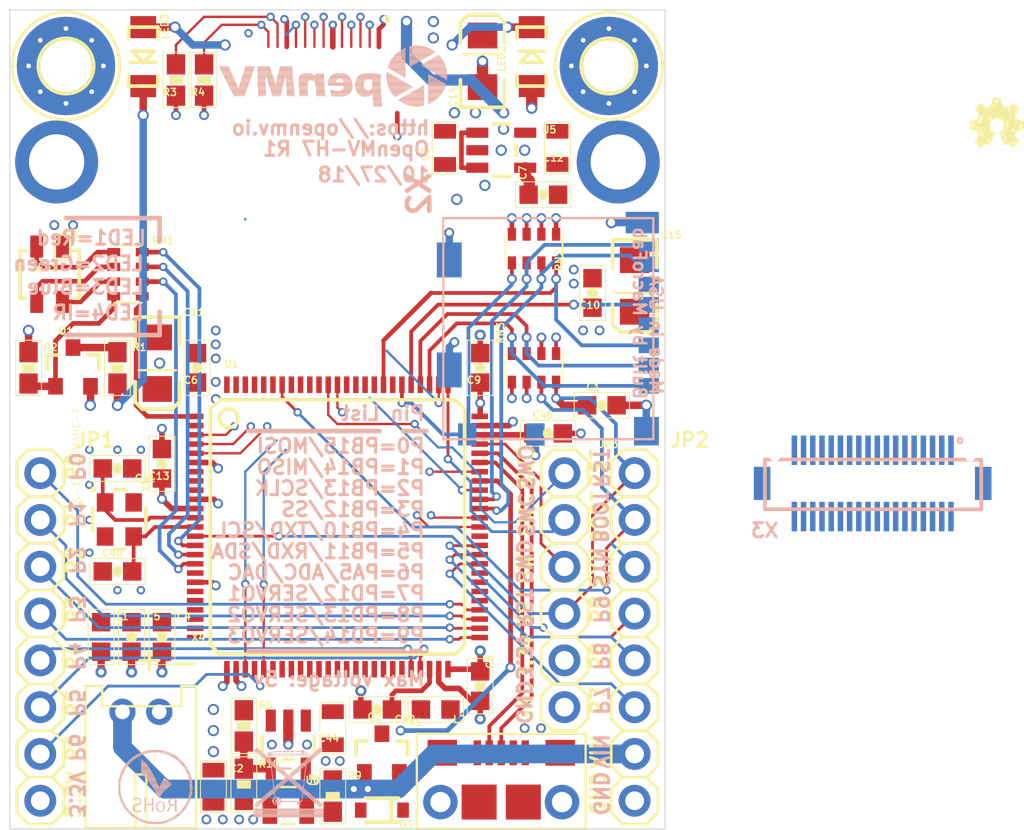
<source format=kicad_pcb>
(kicad_pcb (version 20171130) (host pcbnew "(5.1.4)-1")
  (layers (0 Top signal) (1 GND signal hide) (2 VCC signal hide) (31 Bottom signal) (34 B.Paste user hide) (35 F.Paste user hide) (36 B.SilkS user hide) (37 F.SilkS user hide) (38 B.Mask user hide) (39 F.Mask user hide) (44 Edge.Cuts user hide))
  (net 0 "")
  (net 1 GND)
  (net 2 VBUS)
  (net 3 VCC)
  (net 4 RAW)
  (net 5 VIN)
  (net 6 VDDA)
  (net 7 "Net-(H2-PadB2,8)")
  (net 8 "Net-(C40-Pad2)")
  (net 9 "Net-(C41-Pad2)")
  (net 10 "Net-(C4-Pad1)")
  (net 11 "Net-(H1-PadB2,8)")
  (net 12 /SDIO_D2)
  (net 13 /SDIO_D3)
  (net 14 /NRST)
  (net 15 /BOOT0)
  (net 16 /SDIO_CMD)
  (net 17 /SDIO_D0)
  (net 18 /SDIO_D1)
  (net 19 /SD_CD)
  (net 20 "Net-(Q1-Pad1)")
  (net 21 "Net-(Q1-Pad3)")
  (net 22 "Net-(LED1-PadB)")
  (net 23 "Net-(LED1-PadG)")
  (net 24 "Net-(LED1-PadR)")
  (net 25 "Net-(C48-Pad1)")
  (net 26 "Net-(C49-Pad1)")
  (net 27 /TIM4_CH1)
  (net 28 /TIM4_CH2)
  (net 29 /TIM4_CH3)
  (net 30 /DCMI_FSIN)
  (net 31 /DAC)
  (net 32 /I2C2_SDA)
  (net 33 /I2C2_SCL)
  (net 34 /SPI2_NSS)
  (net 35 /SPI2_SCLK)
  (net 36 /SPI2_MISO)
  (net 37 /SPI2_MOSI)
  (net 38 "Net-(LED3-PadC)")
  (net 39 /DCMI_D3)
  (net 40 /DCMI_D2)
  (net 41 /I2C1_SDA)
  (net 42 /I2C1_SCL)
  (net 43 /DCMI_VSYNC)
  (net 44 /DCMI_D5)
  (net 45 /SPI3_MOSI)
  (net 46 /SPI3_MISO)
  (net 47 /SPI3_SCLK/TRACESWO)
  (net 48 /DCMI_PWDN)
  (net 49 /UART2_RX)
  (net 50 /UART2_TX)
  (net 51 /GPIO2)
  (net 52 /GPIO1)
  (net 53 /GPIO3)
  (net 54 /SDIO_CLK)
  (net 55 /SPI3_SSEL)
  (net 56 /SWCLK)
  (net 57 /SWDIO)
  (net 58 /FS_DP)
  (net 59 /FS_DM)
  (net 60 /DCMI_RST)
  (net 61 /DCMI_CLK)
  (net 62 /DCMI_D1)
  (net 63 /DCMI_D0)
  (net 64 "Net-(U1-Pad62)")
  (net 65 "Net-(U1-Pad58)")
  (net 66 "Net-(U1-Pad57)")
  (net 67 /FREX)
  (net 68 /EXPST)
  (net 69 "Net-(U1-Pad45)")
  (net 70 "Net-(U1-Pad44)")
  (net 71 "Net-(U1-Pad43)")
  (net 72 "Net-(U1-Pad42)")
  (net 73 "Net-(U1-Pad41)")
  (net 74 "Net-(U1-Pad40)")
  (net 75 "Net-(U1-Pad39)")
  (net 76 "Net-(U1-Pad38)")
  (net 77 "Net-(U1-Pad37)")
  (net 78 "Net-(U1-Pad36)")
  (net 79 "Net-(U1-Pad35)")
  (net 80 "Net-(U1-Pad34)")
  (net 81 "Net-(U1-Pad33)")
  (net 82 "Net-(U1-Pad32)")
  (net 83 "Net-(U1-Pad31)")
  (net 84 /DCMI_PCLK)
  (net 85 /DCMI_HSYNC)
  (net 86 "Net-(U1-Pad25)")
  (net 87 "Net-(U1-Pad24)")
  (net 88 "Net-(U1-Pad23)")
  (net 89 "Net-(U1-Pad22)")
  (net 90 "Net-(U1-Pad18)")
  (net 91 /LED_B)
  (net 92 /LED_G)
  (net 93 /LED_R)
  (net 94 "Net-(U1-Pad9)")
  (net 95 "Net-(U1-Pad8)")
  (net 96 "Net-(U1-Pad7)")
  (net 97 /DCMI_D7)
  (net 98 /DCMI_D6)
  (net 99 /DCMI_D4)
  (net 100 "Net-(U1-Pad2)")
  (net 101 /LED_IR)
  (net 102 "Net-(LED2-PadC)")
  (net 103 "Net-(L2-Pad1)")
  (net 104 "Net-(L3-Pad1)")
  (net 105 "Net-(R10-Pad1)")
  (net 106 "Net-(X1-PadS1)")
  (net 107 "Net-(X1-Pad4)")
  (net 108 "Net-(C7-Pad1)")
  (net 109 /RSVD4)
  (net 110 /RSVD6)
  (net 111 /RSVD3)
  (net 112 /RSVD5)
  (net 113 /RSVD2)
  (net 114 /RSVD1)
  (module base:OSHW_FILLX100_NOTEXT (layer Top) (at 182.88 90.17)
    (fp_text reference LOGO1 hide)
    (fp_text value OSHW_LOGO_FILLX0100-NT hide)
  )
  (module base:2,8-PAD (layer Top) (at 163.2331 85.8266 270)
    (fp_text reference H2 hide)
    (fp_text value MOUNT-PAD-ROUND2.8 hide)
    (pad B2,8 thru_hole circle (at 0 0 270) (size 5.334 5.334) (drill 2.8) (layers *.Cu *.Mask) (net 7 "Net-(H2-PadB2,8)"))
  )
  (module base:0603-CAP (layer Top) (at 136.5631 113.2586)
    (fp_text reference C40 (at -0.889 -0.762) (layer F.SilkS) (effects (font (size 0.38608 0.38608) (thickness 0.077216)) (justify left bottom)))
    (fp_text value 12pF)
    (pad 2 smd rect (at 0.8 0) (size 1 1) (layers Top F.Paste F.Mask) (net 8 "Net-(C40-Pad2)"))
    (pad 1 smd rect (at -0.8 0) (size 1 1) (layers Top F.Paste F.Mask) (net 1 GND))
  )
  (module base:0603-CAP (layer Top) (at 136.5631 107.6706 180)
    (fp_text reference C41 (at -0.889 -0.762) (layer F.SilkS) (effects (font (size 0.38608 0.38608) (thickness 0.077216)) (justify left bottom)))
    (fp_text value 12pF)
    (pad 2 smd rect (at 0.8 0 180) (size 1 1) (layers Top F.Paste F.Mask) (net 9 "Net-(C41-Pad2)"))
    (pad 1 smd rect (at -0.8 0 180) (size 1 1) (layers Top F.Paste F.Mask) (net 1 GND))
  )
  (module base:0603-CAP (layer Top) (at 138.9761 116.8146 270)
    (fp_text reference C4 (at -0.889 -0.762) (layer F.SilkS) (effects (font (size 0.38608 0.38608) (thickness 0.077216)) (justify left bottom)))
    (fp_text value 1uF)
    (pad 2 smd rect (at 0.8 0 270) (size 1 1) (layers Top F.Paste F.Mask) (net 1 GND))
    (pad 1 smd rect (at -0.8 0 270) (size 1 1) (layers Top F.Paste F.Mask) (net 10 "Net-(C4-Pad1)"))
  )
  (module base:0603-CAP (layer Top) (at 137.3251 116.8146 270)
    (fp_text reference C5 (at -0.889 -0.762) (layer F.SilkS) (effects (font (size 0.38608 0.38608) (thickness 0.077216)) (justify left bottom)))
    (fp_text value 0.1uF)
    (pad 2 smd rect (at 0.8 0 270) (size 1 1) (layers Top F.Paste F.Mask) (net 1 GND))
    (pad 1 smd rect (at -0.8 0 270) (size 1 1) (layers Top F.Paste F.Mask) (net 10 "Net-(C4-Pad1)"))
  )
  (module base:0603-CAP (layer Top) (at 140.8811 102.2096 90)
    (fp_text reference C6 (at -0.889 -0.762) (layer F.SilkS) (effects (font (size 0.38608 0.38608) (thickness 0.077216)) (justify left bottom)))
    (fp_text value 0.1uF)
    (pad 2 smd rect (at 0.8 0 90) (size 1 1) (layers Top F.Paste F.Mask) (net 1 GND))
    (pad 1 smd rect (at -0.8 0 90) (size 1 1) (layers Top F.Paste F.Mask) (net 3 VCC))
  )
  (module base:0603-CAP (layer Top) (at 156.2481 119.4816 270)
    (fp_text reference C8 (at -0.889 -0.762 90) (layer F.SilkS) (effects (font (size 0.38608 0.38608) (thickness 0.077216)) (justify left bottom)))
    (fp_text value 0.1uF)
    (pad 2 smd rect (at 0.8 0 270) (size 1 1) (layers Top F.Paste F.Mask) (net 1 GND))
    (pad 1 smd rect (at -0.8 0 270) (size 1 1) (layers Top F.Paste F.Mask) (net 3 VCC))
  )
  (module base:0603-CAP (layer Top) (at 156.2481 102.2096 90)
    (fp_text reference C9 (at -0.889 -0.762) (layer F.SilkS) (effects (font (size 0.38608 0.38608) (thickness 0.077216)) (justify left bottom)))
    (fp_text value 0.1uF)
    (pad 2 smd rect (at 0.8 0 90) (size 1 1) (layers Top F.Paste F.Mask) (net 1 GND))
    (pad 1 smd rect (at -0.8 0 90) (size 1 1) (layers Top F.Paste F.Mask) (net 3 VCC))
  )
  (module base:0603-CAP (layer Top) (at 138.9761 107.4166 90)
    (fp_text reference C13 (at -0.889 -0.762) (layer F.SilkS) (effects (font (size 0.38608 0.38608) (thickness 0.077216)) (justify left bottom)))
    (fp_text value 0.1uF)
    (pad 2 smd rect (at 0.8 0 90) (size 1 1) (layers Top F.Paste F.Mask) (net 1 GND))
    (pad 1 smd rect (at -0.8 0 90) (size 1 1) (layers Top F.Paste F.Mask) (net 3 VCC))
  )
  (module base:0603-CAP (layer Top) (at 162.3441 98.1456 90)
    (fp_text reference C10 (at -0.889 -0.762) (layer F.SilkS) (effects (font (size 0.38608 0.38608) (thickness 0.077216)) (justify left bottom)))
    (fp_text value 0.1uF)
    (pad 2 smd rect (at 0.8 0 90) (size 1 1) (layers Top F.Paste F.Mask) (net 1 GND))
    (pad 1 smd rect (at -0.8 0 90) (size 1 1) (layers Top F.Paste F.Mask) (net 3 VCC))
  )
  (module base:2,8-PAD (layer Top) (at 133.7691 85.8266 90)
    (fp_text reference H1 hide)
    (fp_text value MOUNT-PAD-ROUND2.8 hide)
    (pad B2,8 thru_hole circle (at 0 0 90) (size 5.334 5.334) (drill 2.8) (layers *.Cu *.Mask) (net 11 "Net-(H1-PadB2,8)"))
  )
  (module base:EXBV8V (layer Top) (at 159.1691 102.2096)
    (fp_text reference RN3 (at -1.5875 -1.27 90) (layer F.SilkS) (effects (font (size 0.38608 0.38608) (thickness 0.077216)) (justify left bottom)))
    (fp_text value 10K)
    (pad 8 smd rect (at -1.2 -0.775 180) (size 0.45 0.7) (layers Top F.Paste F.Mask) (net 12 /SDIO_D2))
    (pad 7 smd rect (at -0.4 -0.775 180) (size 0.45 0.7) (layers Top F.Paste F.Mask) (net 13 /SDIO_D3))
    (pad 6 smd rect (at 0.4 -0.775 180) (size 0.45 0.7) (layers Top F.Paste F.Mask) (net 1 GND))
    (pad 5 smd rect (at 1.2 -0.775 180) (size 0.45 0.7) (layers Top F.Paste F.Mask) (net 3 VCC))
    (pad 4 smd rect (at 1.2 0.775) (size 0.45 0.7) (layers Top F.Paste F.Mask) (net 14 /NRST))
    (pad 3 smd rect (at 0.4 0.775) (size 0.45 0.7) (layers Top F.Paste F.Mask) (net 15 /BOOT0))
    (pad 2 smd rect (at -0.4 0.775) (size 0.45 0.7) (layers Top F.Paste F.Mask) (net 3 VCC))
    (pad 1 smd rect (at -1.2 0.775) (size 0.45 0.7) (layers Top F.Paste F.Mask) (net 3 VCC))
  )
  (module base:EXBV8V (layer Top) (at 159.1691 95.7326 180)
    (fp_text reference RN2 (at -1.5875 -1.27 90) (layer F.SilkS) (effects (font (size 0.38608 0.38608) (thickness 0.077216)) (justify left bottom)))
    (fp_text value 10K)
    (pad 8 smd rect (at -1.2 -0.775) (size 0.45 0.7) (layers Top F.Paste F.Mask) (net 16 /SDIO_CMD))
    (pad 7 smd rect (at -0.4 -0.775) (size 0.45 0.7) (layers Top F.Paste F.Mask) (net 17 /SDIO_D0))
    (pad 6 smd rect (at 0.4 -0.775) (size 0.45 0.7) (layers Top F.Paste F.Mask) (net 18 /SDIO_D1))
    (pad 5 smd rect (at 1.2 -0.775) (size 0.45 0.7) (layers Top F.Paste F.Mask) (net 19 /SD_CD))
    (pad 4 smd rect (at 1.2 0.775 180) (size 0.45 0.7) (layers Top F.Paste F.Mask) (net 3 VCC))
    (pad 3 smd rect (at 0.4 0.775 180) (size 0.45 0.7) (layers Top F.Paste F.Mask) (net 3 VCC))
    (pad 2 smd rect (at -0.4 0.775 180) (size 0.45 0.7) (layers Top F.Paste F.Mask) (net 3 VCC))
    (pad 1 smd rect (at -1.2 0.775 180) (size 0.45 0.7) (layers Top F.Paste F.Mask) (net 3 VCC))
  )
  (module base:0603 (layer Top) (at 135.6741 116.8146 270)
    (fp_text reference L1 (at -0.889 -0.762) (layer F.SilkS) (effects (font (size 0.38608 0.38608) (thickness 0.077216)) (justify left bottom)))
    (fp_text value MPZ1608S181ATAH0)
    (pad 2 smd rect (at 0.8 0 270) (size 1 1) (layers Top F.Paste F.Mask) (net 3 VCC))
    (pad 1 smd rect (at -0.8 0 270) (size 1 1) (layers Top F.Paste F.Mask) (net 10 "Net-(C4-Pad1)"))
  )
  (module base:SOT23-3 (layer Top) (at 134.1501 102.2096)
    (fp_text reference Q1 (at -0.8255 -1.778) (layer F.SilkS) (effects (font (size 0.38608 0.38608) (thickness 0.077216)) (justify left bottom)))
    (fp_text value BSS138)
    (pad 1 smd rect (at -0.95 1) (size 0.8 0.9) (layers Top F.Paste F.Mask) (net 20 "Net-(Q1-Pad1)"))
    (pad 2 smd rect (at 0.95 1) (size 0.8 0.9) (layers Top F.Paste F.Mask) (net 1 GND))
    (pad 3 smd rect (at 0 -1.1) (size 0.8 0.9) (layers Top F.Paste F.Mask) (net 21 "Net-(Q1-Pad3)"))
  )
  (module base:LED-TRICOLOR-SMD-MF (layer Top) (at 132.8801 97.1296)
    (fp_text reference LED1 (at -1.016 -0.127) (layer F.SilkS) (effects (font (size 0.38608 0.38608) (thickness 0.077216)) (justify left bottom)))
    (fp_text value LED-TRICOLOR)
    (pad B smd rect (at 0.7 1.5) (size 0.7 1.2) (layers Top F.Paste F.Mask) (net 22 "Net-(LED1-PadB)"))
    (pad G smd rect (at -0.7 1.5) (size 0.7 1.2) (layers Top F.Paste F.Mask) (net 23 "Net-(LED1-PadG)"))
    (pad A smd rect (at 0.7 -1.5) (size 0.7 1.2) (layers Top F.Paste F.Mask) (net 3 VCC))
    (pad R smd rect (at -0.7 -1.5) (size 0.7 1.2) (layers Top F.Paste F.Mask) (net 24 "Net-(LED1-PadR)"))
  )
  (module base:CRYSTAL-2.5X2.0 (layer Top) (at 136.6901 110.4646 270)
    (fp_text reference Y1 (at -1.478 -1.624 90) (layer F.SilkS) (effects (font (size 0.38608 0.38608) (thickness 0.077216)) (justify left bottom)))
    (fp_text value 7S-12.000MAHE-T (at -0.528 2.126 90) (layer F.SilkS) (effects (font (size 0.38608 0.38608) (thickness 0.030886)) (justify left bottom)))
    (pad 2 smd rect (at 0.9 0.8 270) (size 1 0.9) (layers Top F.Paste F.Mask) (net 1 GND))
    (pad 3 smd rect (at 0.9 -0.75 270) (size 1 0.9) (layers Top F.Paste F.Mask) (net 8 "Net-(C40-Pad2)"))
    (pad 1 smd rect (at -0.95 0.8 270) (size 1 0.9) (layers Top F.Paste F.Mask) (net 9 "Net-(C41-Pad2)"))
    (pad 4 smd rect (at -0.95 -0.75 270) (size 1 0.9) (layers Top F.Paste F.Mask) (net 1 GND))
  )
  (module base:0603-CAP (layer Top) (at 159.9311 105.7656)
    (fp_text reference C48 (at -0.889 -0.762) (layer F.SilkS) (effects (font (size 0.38608 0.38608) (thickness 0.077216)) (justify left bottom)))
    (fp_text value 2.2uF)
    (pad 2 smd rect (at 0.8 0) (size 1 1) (layers Top F.Paste F.Mask) (net 1 GND))
    (pad 1 smd rect (at -0.8 0) (size 1 1) (layers Top F.Paste F.Mask) (net 25 "Net-(C48-Pad1)"))
  )
  (module base:0603-CAP (layer Top) (at 150.6601 120.7516 180)
    (fp_text reference C49 (at -0.889 -0.762) (layer F.SilkS) (effects (font (size 0.38608 0.38608) (thickness 0.077216)) (justify left bottom)))
    (fp_text value 2.2uF)
    (pad 2 smd rect (at 0.8 0 180) (size 1 1) (layers Top F.Paste F.Mask) (net 1 GND))
    (pad 1 smd rect (at -0.8 0 180) (size 1 1) (layers Top F.Paste F.Mask) (net 26 "Net-(C49-Pad1)"))
  )
  (module base:1X08 (layer Top) (at 164.6301 116.8146 270)
    (fp_text reference JP2 (at -10.2362 -1.8288) (layer F.SilkS) (effects (font (size 0.77216 0.77216) (thickness 0.154432)) (justify left bottom)))
    (fp_text value PINHD-1X8)
    (pad 8 thru_hole circle (at 8.89 0) (size 1.7272 1.7272) (drill 1.016) (layers *.Cu *.Mask) (net 1 GND))
    (pad 7 thru_hole circle (at 6.35 0) (size 1.7272 1.7272) (drill 1.016) (layers *.Cu *.Mask) (net 5 VIN))
    (pad 6 thru_hole circle (at 3.81 0) (size 1.7272 1.7272) (drill 1.016) (layers *.Cu *.Mask) (net 27 /TIM4_CH1))
    (pad 5 thru_hole circle (at 1.27 0) (size 1.7272 1.7272) (drill 1.016) (layers *.Cu *.Mask) (net 28 /TIM4_CH2))
    (pad 4 thru_hole circle (at -1.27 0) (size 1.7272 1.7272) (drill 1.016) (layers *.Cu *.Mask) (net 29 /TIM4_CH3))
    (pad 3 thru_hole circle (at -3.81 0) (size 1.7272 1.7272) (drill 1.016) (layers *.Cu *.Mask) (net 30 /DCMI_FSIN))
    (pad 2 thru_hole circle (at -6.35 0) (size 1.7272 1.7272) (drill 1.016) (layers *.Cu *.Mask) (net 15 /BOOT0))
    (pad 1 thru_hole circle (at -8.89 0) (size 1.7272 1.7272) (drill 1.016) (layers *.Cu *.Mask) (net 14 /NRST))
  )
  (module base:1X08 (layer Top) (at 132.3721 116.8146 270)
    (fp_text reference JP1 (at -10.2362 -1.8288) (layer F.SilkS) (effects (font (size 0.77216 0.77216) (thickness 0.154432)) (justify left bottom)))
    (fp_text value PINHD-1X8)
    (pad 8 thru_hole circle (at 8.89 0) (size 1.7272 1.7272) (drill 1.016) (layers *.Cu *.Mask) (net 3 VCC))
    (pad 7 thru_hole circle (at 6.35 0) (size 1.7272 1.7272) (drill 1.016) (layers *.Cu *.Mask) (net 31 /DAC))
    (pad 6 thru_hole circle (at 3.81 0) (size 1.7272 1.7272) (drill 1.016) (layers *.Cu *.Mask) (net 32 /I2C2_SDA))
    (pad 5 thru_hole circle (at 1.27 0) (size 1.7272 1.7272) (drill 1.016) (layers *.Cu *.Mask) (net 33 /I2C2_SCL))
    (pad 4 thru_hole circle (at -1.27 0) (size 1.7272 1.7272) (drill 1.016) (layers *.Cu *.Mask) (net 34 /SPI2_NSS))
    (pad 3 thru_hole circle (at -3.81 0) (size 1.7272 1.7272) (drill 1.016) (layers *.Cu *.Mask) (net 35 /SPI2_SCLK))
    (pad 2 thru_hole circle (at -6.35 0) (size 1.7272 1.7272) (drill 1.016) (layers *.Cu *.Mask) (net 36 /SPI2_MISO))
    (pad 1 thru_hole circle (at -8.89 0) (size 1.7272 1.7272) (drill 1.016) (layers *.Cu *.Mask) (net 37 /SPI2_MOSI))
  )
  (module base:0603-RES (layer Top) (at 136.5631 102.2096 270)
    (fp_text reference R1 (at -0.889 -0.762) (layer F.SilkS) (effects (font (size 0.38608 0.38608) (thickness 0.077216)) (justify left bottom)))
    (fp_text value 10R)
    (pad 2 smd rect (at 0.85 0 270) (size 1.1 1) (layers Top F.Paste F.Mask) (net 38 "Net-(LED3-PadC)"))
    (pad 1 smd rect (at -0.85 0 270) (size 1.1 1) (layers Top F.Paste F.Mask) (net 21 "Net-(Q1-Pad3)"))
  )
  (module base:0603-RES (layer Top) (at 131.7371 102.2096 270)
    (fp_text reference R2 (at -0.889 -0.762) (layer F.SilkS) (effects (font (size 0.38608 0.38608) (thickness 0.077216)) (justify left bottom)))
    (fp_text value 10K)
    (pad 2 smd rect (at 0.85 0 270) (size 1.1 1) (layers Top F.Paste F.Mask) (net 20 "Net-(Q1-Pad1)"))
    (pad 1 smd rect (at -0.85 0 270) (size 1.1 1) (layers Top F.Paste F.Mask) (net 1 GND))
  )
  (module base:OMV-LOGO (layer Bottom) (at 154.5971 88.2396 180)
    (fp_text reference U$3 hide)
    (fp_text value "" hide)
  )
  (module base:WEEE (layer Bottom) (at 147.7391 126.5936 180)
    (fp_text reference U$1 hide)
    (fp_text value "" hide)
  )
  (module base:ROHS (layer Bottom) (at 140.6271 126.9746 180)
    (fp_text reference U$2 hide)
    (fp_text value "" hide)
  )
  (module base:LQFP100 (layer Top) (at 148.5011 110.8456)
    (fp_text reference U1 (at -6.175 -8.62) (layer F.SilkS) (effects (font (size 0.38608 0.38608) (thickness 0.077216)) (justify left bottom)))
    (fp_text value STM32H743VIT6)
    (pad 100 smd rect (at -6 -7.72) (size 0.3 0.9) (layers Top F.Paste F.Mask) (net 3 VCC))
    (pad 99 smd rect (at -5.5 -7.72) (size 0.3 0.9) (layers Top F.Paste F.Mask) (net 1 GND))
    (pad 98 smd rect (at -5 -7.72) (size 0.3 0.9) (layers Top F.Paste F.Mask) (net 39 /DCMI_D3))
    (pad 97 smd rect (at -4.5 -7.72) (size 0.3 0.9) (layers Top F.Paste F.Mask) (net 40 /DCMI_D2))
    (pad 96 smd rect (at -4 -7.72) (size 0.3 0.9) (layers Top F.Paste F.Mask) (net 41 /I2C1_SDA))
    (pad 95 smd rect (at -3.5 -7.72) (size 0.3 0.9) (layers Top F.Paste F.Mask) (net 42 /I2C1_SCL))
    (pad 94 smd rect (at -3 -7.72) (size 0.3 0.9) (layers Top F.Paste F.Mask) (net 15 /BOOT0))
    (pad 93 smd rect (at -2.5 -7.72) (size 0.3 0.9) (layers Top F.Paste F.Mask) (net 43 /DCMI_VSYNC))
    (pad 92 smd rect (at -2 -7.72) (size 0.3 0.9) (layers Top F.Paste F.Mask) (net 44 /DCMI_D5))
    (pad 91 smd rect (at -1.5 -7.72) (size 0.3 0.9) (layers Top F.Paste F.Mask) (net 45 /SPI3_MOSI))
    (pad 90 smd rect (at -1 -7.72) (size 0.3 0.9) (layers Top F.Paste F.Mask) (net 46 /SPI3_MISO))
    (pad 89 smd rect (at -0.5 -7.72) (size 0.3 0.9) (layers Top F.Paste F.Mask) (net 47 /SPI3_SCLK/TRACESWO))
    (pad 88 smd rect (at 0 -7.72) (size 0.3 0.9) (layers Top F.Paste F.Mask) (net 48 /DCMI_PWDN))
    (pad 87 smd rect (at 0.5 -7.72) (size 0.3 0.9) (layers Top F.Paste F.Mask) (net 49 /UART2_RX))
    (pad 86 smd rect (at 1 -7.72) (size 0.3 0.9) (layers Top F.Paste F.Mask) (net 50 /UART2_TX))
    (pad 85 smd rect (at 1.5 -7.72) (size 0.3 0.9) (layers Top F.Paste F.Mask) (net 51 /GPIO2))
    (pad 84 smd rect (at 2 -7.72) (size 0.3 0.9) (layers Top F.Paste F.Mask) (net 52 /GPIO1))
    (pad 83 smd rect (at 2.5 -7.72) (size 0.3 0.9) (layers Top F.Paste F.Mask) (net 16 /SDIO_CMD))
    (pad 82 smd rect (at 3 -7.72) (size 0.3 0.9) (layers Top F.Paste F.Mask) (net 53 /GPIO3))
    (pad 81 smd rect (at 3.5 -7.72) (size 0.3 0.9) (layers Top F.Paste F.Mask) (net 19 /SD_CD))
    (pad 80 smd rect (at 4 -7.72) (size 0.3 0.9) (layers Top F.Paste F.Mask) (net 54 /SDIO_CLK))
    (pad 79 smd rect (at 4.5 -7.72) (size 0.3 0.9) (layers Top F.Paste F.Mask) (net 13 /SDIO_D3))
    (pad 78 smd rect (at 5 -7.72) (size 0.3 0.9) (layers Top F.Paste F.Mask) (net 12 /SDIO_D2))
    (pad 77 smd rect (at 5.5 -7.72) (size 0.3 0.9) (layers Top F.Paste F.Mask) (net 55 /SPI3_SSEL))
    (pad 76 smd rect (at 6 -7.72) (size 0.3 0.9) (layers Top F.Paste F.Mask) (net 56 /SWCLK))
    (pad 75 smd rect (at 7.72 -6) (size 0.9 0.3) (layers Top F.Paste F.Mask) (net 3 VCC))
    (pad 74 smd rect (at 7.72 -5.5) (size 0.9 0.3) (layers Top F.Paste F.Mask) (net 1 GND))
    (pad 73 smd rect (at 7.72 -5) (size 0.9 0.3) (layers Top F.Paste F.Mask) (net 25 "Net-(C48-Pad1)"))
    (pad 72 smd rect (at 7.72 -4.5) (size 0.9 0.3) (layers Top F.Paste F.Mask) (net 57 /SWDIO))
    (pad 71 smd rect (at 7.72 -4) (size 0.9 0.3) (layers Top F.Paste F.Mask) (net 58 /FS_DP))
    (pad 70 smd rect (at 7.72 -3.5) (size 0.9 0.3) (layers Top F.Paste F.Mask) (net 59 /FS_DM))
    (pad 69 smd rect (at 7.72 -3) (size 0.9 0.3) (layers Top F.Paste F.Mask) (net 60 /DCMI_RST))
    (pad 68 smd rect (at 7.72 -2.5) (size 0.9 0.3) (layers Top F.Paste F.Mask) (net 2 VBUS))
    (pad 67 smd rect (at 7.72 -2) (size 0.9 0.3) (layers Top F.Paste F.Mask) (net 61 /DCMI_CLK))
    (pad 66 smd rect (at 7.72 -1.5) (size 0.9 0.3) (layers Top F.Paste F.Mask) (net 18 /SDIO_D1))
    (pad 65 smd rect (at 7.72 -1) (size 0.9 0.3) (layers Top F.Paste F.Mask) (net 17 /SDIO_D0))
    (pad 64 smd rect (at 7.72 -0.5) (size 0.9 0.3) (layers Top F.Paste F.Mask) (net 62 /DCMI_D1))
    (pad 63 smd rect (at 7.72 0) (size 0.9 0.3) (layers Top F.Paste F.Mask) (net 63 /DCMI_D0))
    (pad 62 smd rect (at 7.72 0.5) (size 0.9 0.3) (layers Top F.Paste F.Mask) (net 64 "Net-(U1-Pad62)"))
    (pad 61 smd rect (at 7.72 1) (size 0.9 0.3) (layers Top F.Paste F.Mask) (net 29 /TIM4_CH3))
    (pad 60 smd rect (at 7.72 1.5) (size 0.9 0.3) (layers Top F.Paste F.Mask) (net 28 /TIM4_CH2))
    (pad 59 smd rect (at 7.72 2) (size 0.9 0.3) (layers Top F.Paste F.Mask) (net 27 /TIM4_CH1))
    (pad 58 smd rect (at 7.72 2.5) (size 0.9 0.3) (layers Top F.Paste F.Mask) (net 65 "Net-(U1-Pad58)"))
    (pad 57 smd rect (at 7.72 3) (size 0.9 0.3) (layers Top F.Paste F.Mask) (net 66 "Net-(U1-Pad57)"))
    (pad 56 smd rect (at 7.72 3.5) (size 0.9 0.3) (layers Top F.Paste F.Mask) (net 67 /FREX))
    (pad 55 smd rect (at 7.72 4) (size 0.9 0.3) (layers Top F.Paste F.Mask) (net 68 /EXPST))
    (pad 54 smd rect (at 7.72 4.5) (size 0.9 0.3) (layers Top F.Paste F.Mask) (net 37 /SPI2_MOSI))
    (pad 53 smd rect (at 7.72 5) (size 0.9 0.3) (layers Top F.Paste F.Mask) (net 36 /SPI2_MISO))
    (pad 52 smd rect (at 7.72 5.5) (size 0.9 0.3) (layers Top F.Paste F.Mask) (net 35 /SPI2_SCLK))
    (pad 51 smd rect (at 7.72 6) (size 0.9 0.3) (layers Top F.Paste F.Mask) (net 34 /SPI2_NSS))
    (pad 50 smd rect (at 6 7.72) (size 0.3 0.9) (layers Top F.Paste F.Mask) (net 3 VCC))
    (pad 49 smd rect (at 5.5 7.72) (size 0.3 0.9) (layers Top F.Paste F.Mask) (net 1 GND))
    (pad 48 smd rect (at 5 7.72) (size 0.3 0.9) (layers Top F.Paste F.Mask) (net 26 "Net-(C49-Pad1)"))
    (pad 47 smd rect (at 4.5 7.72) (size 0.3 0.9) (layers Top F.Paste F.Mask) (net 32 /I2C2_SDA))
    (pad 46 smd rect (at 4 7.72) (size 0.3 0.9) (layers Top F.Paste F.Mask) (net 33 /I2C2_SCL))
    (pad 45 smd rect (at 3.5 7.72) (size 0.3 0.9) (layers Top F.Paste F.Mask) (net 69 "Net-(U1-Pad45)"))
    (pad 44 smd rect (at 3 7.72) (size 0.3 0.9) (layers Top F.Paste F.Mask) (net 70 "Net-(U1-Pad44)"))
    (pad 43 smd rect (at 2.5 7.72) (size 0.3 0.9) (layers Top F.Paste F.Mask) (net 71 "Net-(U1-Pad43)"))
    (pad 42 smd rect (at 2 7.72) (size 0.3 0.9) (layers Top F.Paste F.Mask) (net 72 "Net-(U1-Pad42)"))
    (pad 41 smd rect (at 1.5 7.72) (size 0.3 0.9) (layers Top F.Paste F.Mask) (net 73 "Net-(U1-Pad41)"))
    (pad 40 smd rect (at 1 7.72) (size 0.3 0.9) (layers Top F.Paste F.Mask) (net 74 "Net-(U1-Pad40)"))
    (pad 39 smd rect (at 0.5 7.72) (size 0.3 0.9) (layers Top F.Paste F.Mask) (net 75 "Net-(U1-Pad39)"))
    (pad 38 smd rect (at 0 7.72) (size 0.3 0.9) (layers Top F.Paste F.Mask) (net 76 "Net-(U1-Pad38)"))
    (pad 37 smd rect (at -0.5 7.72) (size 0.3 0.9) (layers Top F.Paste F.Mask) (net 77 "Net-(U1-Pad37)"))
    (pad 36 smd rect (at -1 7.72) (size 0.3 0.9) (layers Top F.Paste F.Mask) (net 78 "Net-(U1-Pad36)"))
    (pad 35 smd rect (at -1.5 7.72) (size 0.3 0.9) (layers Top F.Paste F.Mask) (net 79 "Net-(U1-Pad35)"))
    (pad 34 smd rect (at -2 7.72) (size 0.3 0.9) (layers Top F.Paste F.Mask) (net 80 "Net-(U1-Pad34)"))
    (pad 33 smd rect (at -2.5 7.72) (size 0.3 0.9) (layers Top F.Paste F.Mask) (net 81 "Net-(U1-Pad33)"))
    (pad 32 smd rect (at -3 7.72) (size 0.3 0.9) (layers Top F.Paste F.Mask) (net 82 "Net-(U1-Pad32)"))
    (pad 31 smd rect (at -3.5 7.72) (size 0.3 0.9) (layers Top F.Paste F.Mask) (net 83 "Net-(U1-Pad31)"))
    (pad 30 smd rect (at -4 7.72) (size 0.3 0.9) (layers Top F.Paste F.Mask) (net 84 /DCMI_PCLK))
    (pad 29 smd rect (at -4.5 7.72) (size 0.3 0.9) (layers Top F.Paste F.Mask) (net 31 /DAC))
    (pad 28 smd rect (at -5 7.72) (size 0.3 0.9) (layers Top F.Paste F.Mask) (net 85 /DCMI_HSYNC))
    (pad 27 smd rect (at -5.5 7.72) (size 0.3 0.9) (layers Top F.Paste F.Mask) (net 3 VCC))
    (pad 26 smd rect (at -6 7.72) (size 0.3 0.9) (layers Top F.Paste F.Mask) (net 1 GND))
    (pad 25 smd rect (at -7.72 6) (size 0.9 0.3) (layers Top F.Paste F.Mask) (net 86 "Net-(U1-Pad25)"))
    (pad 24 smd rect (at -7.72 5.5) (size 0.9 0.3) (layers Top F.Paste F.Mask) (net 87 "Net-(U1-Pad24)"))
    (pad 23 smd rect (at -7.72 5) (size 0.9 0.3) (layers Top F.Paste F.Mask) (net 88 "Net-(U1-Pad23)"))
    (pad 22 smd rect (at -7.72 4.5) (size 0.9 0.3) (layers Top F.Paste F.Mask) (net 89 "Net-(U1-Pad22)"))
    (pad 21 smd rect (at -7.72 4) (size 0.9 0.3) (layers Top F.Paste F.Mask) (net 10 "Net-(C4-Pad1)"))
    (pad 20 smd rect (at -7.72 3.5) (size 0.9 0.3) (layers Top F.Paste F.Mask) (net 10 "Net-(C4-Pad1)"))
    (pad 19 smd rect (at -7.72 3) (size 0.9 0.3) (layers Top F.Paste F.Mask) (net 1 GND))
    (pad 18 smd rect (at -7.72 2.5) (size 0.9 0.3) (layers Top F.Paste F.Mask) (net 90 "Net-(U1-Pad18)"))
    (pad 17 smd rect (at -7.72 2) (size 0.9 0.3) (layers Top F.Paste F.Mask) (net 91 /LED_B))
    (pad 16 smd rect (at -7.72 1.5) (size 0.9 0.3) (layers Top F.Paste F.Mask) (net 92 /LED_G))
    (pad 15 smd rect (at -7.72 1) (size 0.9 0.3) (layers Top F.Paste F.Mask) (net 93 /LED_R))
    (pad 14 smd rect (at -7.72 0.5) (size 0.9 0.3) (layers Top F.Paste F.Mask) (net 14 /NRST))
    (pad 13 smd rect (at -7.72 0) (size 0.9 0.3) (layers Top F.Paste F.Mask) (net 8 "Net-(C40-Pad2)"))
    (pad 12 smd rect (at -7.72 -0.5) (size 0.9 0.3) (layers Top F.Paste F.Mask) (net 9 "Net-(C41-Pad2)"))
    (pad 11 smd rect (at -7.72 -1) (size 0.9 0.3) (layers Top F.Paste F.Mask) (net 3 VCC))
    (pad 10 smd rect (at -7.72 -1.5) (size 0.9 0.3) (layers Top F.Paste F.Mask) (net 1 GND))
    (pad 9 smd rect (at -7.72 -2) (size 0.9 0.3) (layers Top F.Paste F.Mask) (net 94 "Net-(U1-Pad9)"))
    (pad 8 smd rect (at -7.72 -2.5) (size 0.9 0.3) (layers Top F.Paste F.Mask) (net 95 "Net-(U1-Pad8)"))
    (pad 7 smd rect (at -7.72 -3) (size 0.9 0.3) (layers Top F.Paste F.Mask) (net 96 "Net-(U1-Pad7)"))
    (pad 6 smd rect (at -7.72 -3.5) (size 0.9 0.3) (layers Top F.Paste F.Mask) (net 3 VCC))
    (pad 5 smd rect (at -7.72 -4) (size 0.9 0.3) (layers Top F.Paste F.Mask) (net 97 /DCMI_D7))
    (pad 4 smd rect (at -7.72 -4.5) (size 0.9 0.3) (layers Top F.Paste F.Mask) (net 98 /DCMI_D6))
    (pad 3 smd rect (at -7.72 -5) (size 0.9 0.3) (layers Top F.Paste F.Mask) (net 99 /DCMI_D4))
    (pad 2 smd rect (at -7.72 -5.5) (size 0.9 0.3) (layers Top F.Paste F.Mask) (net 100 "Net-(U1-Pad2)"))
    (pad 1 smd rect (at -7.72 -6) (size 0.9 0.3) (layers Top F.Paste F.Mask) (net 101 /LED_IR))
  )
  (module base:EXBV8V (layer Top) (at 137.1346 97.1296 270)
    (fp_text reference RN1 (at -1.5875 -1.27) (layer F.SilkS) (effects (font (size 0.38608 0.38608) (thickness 0.077216)) (justify left bottom)))
    (fp_text value 220R hide)
    (pad 8 smd rect (at -1.2 -0.775 90) (size 0.45 0.7) (layers Top F.Paste F.Mask) (net 93 /LED_R))
    (pad 7 smd rect (at -0.4 -0.775 90) (size 0.45 0.7) (layers Top F.Paste F.Mask) (net 92 /LED_G))
    (pad 6 smd rect (at 0.4 -0.775 90) (size 0.45 0.7) (layers Top F.Paste F.Mask) (net 91 /LED_B))
    (pad 5 smd rect (at 1.2 -0.775 90) (size 0.45 0.7) (layers Top F.Paste F.Mask) (net 101 /LED_IR))
    (pad 4 smd rect (at 1.2 0.775 270) (size 0.45 0.7) (layers Top F.Paste F.Mask) (net 20 "Net-(Q1-Pad1)"))
    (pad 3 smd rect (at 0.4 0.775 270) (size 0.45 0.7) (layers Top F.Paste F.Mask) (net 22 "Net-(LED1-PadB)"))
    (pad 2 smd rect (at -0.4 0.775 270) (size 0.45 0.7) (layers Top F.Paste F.Mask) (net 23 "Net-(LED1-PadG)"))
    (pad 1 smd rect (at -1.2 0.775 270) (size 0.45 0.7) (layers Top F.Paste F.Mask) (net 24 "Net-(LED1-PadR)"))
  )
  (module base:LED-1206 (layer Top) (at 159.0421 85.3186 90)
    (fp_text reference LED2 (at -0.889 -1.397 90) (layer F.SilkS) (effects (font (size 0.38608 0.38608) (thickness 0.077216)) (justify left bottom)))
    (fp_text value VSMY12850)
    (pad C smd rect (at 1.6 0 90) (size 1.2 1.4) (layers Top F.Paste F.Mask) (net 102 "Net-(LED2-PadC)"))
    (pad A smd rect (at -1.6 0 90) (size 1.2 1.4) (layers Top F.Paste F.Mask) (net 3 VCC))
  )
  (module base:LED-1206 (layer Top) (at 137.9601 85.3186 270)
    (fp_text reference LED3 (at -0.889 -1.397 90) (layer F.SilkS) (effects (font (size 0.38608 0.38608) (thickness 0.077216)) (justify left bottom)))
    (fp_text value VSMY12850)
    (pad C smd rect (at 1.6 0 270) (size 1.2 1.4) (layers Top F.Paste F.Mask) (net 38 "Net-(LED3-PadC)"))
    (pad A smd rect (at -1.6 0 270) (size 1.2 1.4) (layers Top F.Paste F.Mask) (net 102 "Net-(LED2-PadC)"))
  )
  (module base:EIA3216 (layer Top) (at 138.7221 101.9556 270)
    (fp_text reference C11 (at -2.54 -1.381) (layer F.SilkS) (effects (font (size 0.38608 0.38608) (thickness 0.077216)) (justify left bottom)))
    (fp_text value 47uF)
    (pad A smd rect (at 1.4 0) (size 1.6 1.4) (layers Top F.Paste F.Mask) (net 3 VCC))
    (pad C smd rect (at -1.4 0) (size 1.6 1.4) (layers Top F.Paste F.Mask) (net 1 GND))
  )
  (module base:0603 (layer Top) (at 153.8351 120.7516 180)
    (fp_text reference L2 (at -0.889 -0.762) (layer F.SilkS) (effects (font (size 0.38608 0.38608) (thickness 0.077216)) (justify left bottom)))
    (fp_text value MPZ1608S181ATAH0)
    (pad 2 smd rect (at 0.8 0 180) (size 1 1) (layers Top F.Paste F.Mask) (net 2 VBUS))
    (pad 1 smd rect (at -0.8 0 180) (size 1 1) (layers Top F.Paste F.Mask) (net 103 "Net-(L2-Pad1)"))
  )
  (module base:0805 (layer Top) (at 148.2471 121.7676 90)
    (fp_text reference C44 (at -0.762 -0.8255) (layer F.SilkS) (effects (font (size 0.38608 0.38608) (thickness 0.077216)) (justify left bottom)))
    (fp_text value 22uF)
    (pad 2 smd rect (at 0.9 0 90) (size 0.8 1.2) (layers Top F.Paste F.Mask) (net 4 RAW))
    (pad 1 smd rect (at -0.9 0 90) (size 0.8 1.2) (layers Top F.Paste F.Mask) (net 1 GND))
  )
  (module base:0805 (layer Top) (at 141.7701 124.9426 270)
    (fp_text reference C2 (at -0.762 -0.8255) (layer F.SilkS) (effects (font (size 0.38608 0.38608) (thickness 0.077216)) (justify left bottom)))
    (fp_text value 22uF)
    (pad 2 smd rect (at 0.9 0 270) (size 0.8 1.2) (layers Top F.Paste F.Mask) (net 3 VCC))
    (pad 1 smd rect (at -0.9 0 270) (size 0.8 1.2) (layers Top F.Paste F.Mask) (net 1 GND))
  )
  (module base:1007 (layer Top) (at 145.8341 125.9586 270)
    (fp_text reference L3 (at -1 -1.6 90) (layer F.SilkS) (effects (font (size 0.38608 0.38608) (thickness 0.077216)) (justify left bottom)))
    (fp_text value 4.7uH/1.4A)
    (pad 2 smd rect (at 0 1 270) (size 2 0.8) (layers Top F.Paste F.Mask) (net 3 VCC))
    (pad 1 smd rect (at 0 -1 270) (size 2 0.8) (layers Top F.Paste F.Mask) (net 104 "Net-(L3-Pad1)"))
  )
  (module base:SOT23-3 (layer Top) (at 150.9141 123.1646)
    (fp_text reference Q2 (at -0.8255 -1.778) (layer F.SilkS) (effects (font (size 0.38608 0.38608) (thickness 0.077216)) (justify left bottom)))
    (fp_text value Si2301BDS)
    (pad 1 smd rect (at -0.95 1) (size 0.8 0.9) (layers Top F.Paste F.Mask) (net 5 VIN))
    (pad 2 smd rect (at 0.95 1) (size 0.8 0.9) (layers Top F.Paste F.Mask) (net 4 RAW))
    (pad 3 smd rect (at 0 -1.1) (size 0.8 0.9) (layers Top F.Paste F.Mask) (net 2 VBUS))
  )
  (module base:0603-RES (layer Top) (at 148.2471 125.4506 270)
    (fp_text reference R9 (at -0.889 -0.762) (layer F.SilkS) (effects (font (size 0.38608 0.38608) (thickness 0.077216)) (justify left bottom)))
    (fp_text value 10K)
    (pad 2 smd rect (at 0.85 0 270) (size 1.1 1) (layers Top F.Paste F.Mask) (net 5 VIN))
    (pad 1 smd rect (at -0.85 0 270) (size 1.1 1) (layers Top F.Paste F.Mask) (net 1 GND))
  )
  (module base:SOD-323 (layer Top) (at 150.9141 126.2126 180)
    (fp_text reference D3 (at -0.889 -1.016) (layer F.SilkS) (effects (font (size 0.38608 0.38608) (thickness 0.077216)) (justify left bottom)))
    (fp_text value SDM2U20SD3-7)
    (pad 2 smd rect (at 1.15 0 180) (size 0.63 0.83) (layers Top F.Paste F.Mask) (net 5 VIN))
    (pad 1 smd rect (at -1.15 0 180) (size 0.63 0.83) (layers Top F.Paste F.Mask) (net 4 RAW))
  )
  (module base:0603-RES (layer Top) (at 143.4211 124.8156 270)
    (fp_text reference R10 (at -0.889 -0.762) (layer F.SilkS) (effects (font (size 0.38608 0.38608) (thickness 0.077216)) (justify left bottom)))
    (fp_text value 453K)
    (pad 2 smd rect (at 0.85 0 270) (size 1.1 1) (layers Top F.Paste F.Mask) (net 3 VCC))
    (pad 1 smd rect (at -0.85 0 270) (size 1.1 1) (layers Top F.Paste F.Mask) (net 105 "Net-(R10-Pad1)"))
  )
  (module base:TSOT25 (layer Top) (at 145.8341 122.6566 180)
    (fp_text reference U8 (at -0.889 -2.159) (layer F.SilkS) (effects (font (size 0.38608 0.38608) (thickness 0.077216)) (justify left bottom)))
    (fp_text value PAM2305AABADJ)
    (pad 5 smd rect (at -0.95 -1.3001 180) (size 0.55 1.2) (layers Top F.Paste F.Mask) (net 104 "Net-(L3-Pad1)"))
    (pad 4 smd rect (at 0.95 -1.3001 180) (size 0.55 1.2) (layers Top F.Paste F.Mask) (net 105 "Net-(R10-Pad1)"))
    (pad 3 smd rect (at 0.95 1.3001 180) (size 0.55 1.2) (layers Top F.Paste F.Mask) (net 4 RAW))
    (pad 2 smd rect (at 0 1.3001 180) (size 0.55 1.2) (layers Top F.Paste F.Mask) (net 1 GND))
    (pad 1 smd rect (at -0.95 1.3001 180) (size 0.55 1.2) (layers Top F.Paste F.Mask) (net 4 RAW))
  )
  (module base:MICROUSB-RIGHT (layer Top) (at 157.3911 124.3711)
    (fp_text reference X1 (at -5.08 -2.7) (layer F.SilkS) (effects (font (size 0.38608 0.38608) (thickness 0.061772)) (justify left bottom)))
    (fp_text value MF-CON-MICROUSB-RIGHT hide)
    (pad S6 smd rect (at 1.2 1.405) (size 1.9 1.9) (layers Top F.Paste F.Mask) (net 106 "Net-(X1-PadS1)"))
    (pad S5 smd rect (at -1.2 1.405) (size 1.9 1.9) (layers Top F.Paste F.Mask) (net 106 "Net-(X1-PadS1)"))
    (pad S1 thru_hole circle (at -3.3 1.405 180) (size 1.87 1.87) (drill 1.1) (layers *.Cu *.Mask) (net 106 "Net-(X1-PadS1)"))
    (pad S2 thru_hole circle (at 3.3 1.405 180) (size 1.87 1.87) (drill 1.1) (layers *.Cu *.Mask) (net 106 "Net-(X1-PadS1)"))
    (pad S4 smd rect (at 3.2 -1.27 90) (size 1.4 1.6) (layers Top F.Paste F.Mask) (net 106 "Net-(X1-PadS1)"))
    (pad S3 smd rect (at -3.2 -1.27 90) (size 1.4 1.6) (layers Top F.Paste F.Mask) (net 106 "Net-(X1-PadS1)"))
    (pad 5 smd rect (at 1.3 -1.27 180) (size 0.4 1.35) (layers Top F.Paste F.Mask) (net 1 GND))
    (pad 1 smd rect (at -1.3 -1.27 180) (size 0.4 1.35) (layers Top F.Paste F.Mask) (net 103 "Net-(L2-Pad1)"))
    (pad 2 smd rect (at -0.65 -1.27 180) (size 0.4 1.35) (layers Top F.Paste F.Mask) (net 59 /FS_DM))
    (pad 4 smd rect (at 0.65 -1.27 180) (size 0.4 1.35) (layers Top F.Paste F.Mask) (net 107 "Net-(X1-Pad4)"))
    (pad 3 smd rect (at 0 -1.27 180) (size 0.4 1.35) (layers Top F.Paste F.Mask) (net 58 /FS_DP))
  )
  (module base:JST-PH-2-THM-RA (layer Top) (at 137.8331 120.8786 180)
    (fp_text reference X4 (at -2.7 3.8) (layer F.SilkS) (effects (font (size 0.38608 0.38608) (thickness 0.077216)) (justify left bottom)))
    (fp_text value "S2B-PH-K-S(LF)(SN)" hide)
    (fp_text user - (at -1.429 1.896 180) (layer F.SilkS) (effects (font (size 1.35128 1.35128) (thickness 0.170688)) (justify left bottom)))
    (fp_text user + (at 0.486 2.096 180) (layer F.SilkS) (effects (font (size 1.35128 1.35128) (thickness 0.170688)) (justify left bottom)))
    (pad 1 thru_hole circle (at 1 0 180) (size 1.4224 1.4224) (drill 0.8) (layers *.Cu *.Mask) (net 5 VIN))
    (pad 2 thru_hole circle (at -1 0 180) (size 1.4224 1.4224) (drill 0.8) (layers *.Cu *.Mask) (net 1 GND))
  )
  (module base:1040310811 (layer Bottom) (at 165.6461 94.0816 270)
    (fp_text reference X2 (at 0 12 270) (layer B.SilkS) (effects (font (size 1.2065 1.2065) (thickness 0.254)) (justify right bottom mirror)))
    (fp_text value USD-1040310811)
    (pad CD$2 smd rect (at 11.74 6.4 270) (size 1.2 1) (layers Bottom B.Paste B.Mask) (net 1 GND))
    (pad CD$1 smd rect (at 11.74 10.1 270) (size 1.2 1) (layers Bottom B.Paste B.Mask) (net 19 /SD_CD))
    (pad G$4 smd rect (at 8.24 11.075 90) (size 1.9 1.35) (layers Bottom B.Paste B.Mask) (net 1 GND))
    (pad G$3 smd rect (at 2.27 11.075 90) (size 1.9 1.35) (layers Bottom B.Paste B.Mask) (net 1 GND))
    (pad G$2 smd rect (at 0.245 0.6 180) (size 1.8 1.17) (layers Bottom B.Paste B.Mask) (net 1 GND))
    (pad P$8 smd rect (at 1.455 0.25 270) (size 0.75 1.1) (layers Bottom B.Paste B.Mask) (net 18 /SDIO_D1))
    (pad P$7 smd rect (at 2.505 0.25 270) (size 0.85 1.1) (layers Bottom B.Paste B.Mask) (net 17 /SDIO_D0))
    (pad P$6 smd rect (at 3.605 0.25 270) (size 0.85 1.1) (layers Bottom B.Paste B.Mask) (net 1 GND))
    (pad P$5 smd rect (at 4.705 0.25 270) (size 0.85 1.1) (layers Bottom B.Paste B.Mask) (net 54 /SDIO_CLK))
    (pad P$4 smd rect (at 5.805 0.25 270) (size 0.85 1.1) (layers Bottom B.Paste B.Mask) (net 3 VCC))
    (pad P$3 smd rect (at 6.905 0.25 270) (size 0.85 1.1) (layers Bottom B.Paste B.Mask) (net 16 /SDIO_CMD))
    (pad P$2 smd rect (at 8.005 0.25 270) (size 0.85 1.1) (layers Bottom B.Paste B.Mask) (net 13 /SDIO_D3))
    (pad P$1 smd rect (at 9.105 0.25 270) (size 0.85 1.1) (layers Bottom B.Paste B.Mask) (net 12 /SDIO_D2))
    (pad G$1 smd rect (at 11.565 0.375 270) (size 1.55 1.35) (layers Bottom B.Paste B.Mask) (net 1 GND))
  )
  (module base:0603-RES (layer Top) (at 139.7381 86.5886 90)
    (fp_text reference R3 (at -0.889 -0.762) (layer F.SilkS) (effects (font (size 0.38608 0.38608) (thickness 0.077216)) (justify left bottom)))
    (fp_text value 4.7K)
    (pad 2 smd rect (at 0.85 0 90) (size 1.1 1) (layers Top F.Paste F.Mask) (net 42 /I2C1_SCL))
    (pad 1 smd rect (at -0.85 0 90) (size 1.1 1) (layers Top F.Paste F.Mask) (net 3 VCC))
  )
  (module base:0603-RES (layer Top) (at 141.2621 86.5886 90)
    (fp_text reference R4 (at -0.889 -0.762) (layer F.SilkS) (effects (font (size 0.38608 0.38608) (thickness 0.077216)) (justify left bottom)))
    (fp_text value 4.7K)
    (pad 2 smd rect (at 0.85 0 90) (size 1.1 1) (layers Top F.Paste F.Mask) (net 41 /I2C1_SDA))
    (pad 1 smd rect (at -0.85 0 90) (size 1.1 1) (layers Top F.Paste F.Mask) (net 3 VCC))
  )
  (module base:9774030151R (layer Top) (at 133.2611 91.0336)
    (fp_text reference M1 hide)
    (fp_text value 9774030243R hide)
    (pad P$1 thru_hole circle (at 0 0) (size 4.5 4.5) (drill 3) (layers *.Cu *.Mask))
  )
  (module base:9774030151R (layer Top) (at 163.7411 91.0336)
    (fp_text reference M2 hide)
    (fp_text value 9774030243R hide)
    (pad P$1 thru_hole circle (at 0 0) (size 4.5 4.5) (drill 3) (layers *.Cu *.Mask))
  )
  (module base:SOT23-5 (layer Top) (at 157.3911 90.3986 270)
    (fp_text reference U5 (at -0.889 -2.159) (layer F.SilkS) (effects (font (size 0.38608 0.38608) (thickness 0.077216)) (justify left bottom)))
    (fp_text value TPS731XX)
    (pad 5 smd rect (at -0.95 -1.3001 270) (size 0.55 1.2) (layers Top F.Paste F.Mask) (net 6 VDDA))
    (pad 4 smd rect (at 0.95 -1.3001 270) (size 0.55 1.2) (layers Top F.Paste F.Mask) (net 108 "Net-(C7-Pad1)"))
    (pad 3 smd rect (at 0.95 1.3001 270) (size 0.55 1.2) (layers Top F.Paste F.Mask) (net 3 VCC))
    (pad 2 smd rect (at 0 1.3001 270) (size 0.55 1.2) (layers Top F.Paste F.Mask) (net 1 GND))
    (pad 1 smd rect (at -0.95 1.3001 270) (size 0.55 1.2) (layers Top F.Paste F.Mask) (net 3 VCC))
  )
  (module base:0805 (layer Top) (at 154.3431 90.2716 90)
    (fp_text reference C3 (at -0.762 -0.8255 90) (layer F.SilkS) (effects (font (size 0.38608 0.38608) (thickness 0.077216)) (justify left bottom)))
    (fp_text value 10uF)
    (pad 2 smd rect (at 0.9 0 90) (size 0.8 1.2) (layers Top F.Paste F.Mask) (net 3 VCC))
    (pad 1 smd rect (at -0.9 0 90) (size 0.8 1.2) (layers Top F.Paste F.Mask) (net 1 GND))
  )
  (module base:0603-CAP (layer Top) (at 159.6771 92.8116)
    (fp_text reference C7 (at -0.889 -0.762 90) (layer F.SilkS) (effects (font (size 0.38608 0.38608) (thickness 0.077216)) (justify left bottom)))
    (fp_text value 0.1uF)
    (pad 2 smd rect (at 0.8 0) (size 1 1) (layers Top F.Paste F.Mask) (net 1 GND))
    (pad 1 smd rect (at -0.8 0) (size 1 1) (layers Top F.Paste F.Mask) (net 108 "Net-(C7-Pad1)"))
  )
  (module base:0805 (layer Top) (at 160.4391 90.2716 90)
    (fp_text reference C12 (at -0.762 -0.8255) (layer F.SilkS) (effects (font (size 0.38608 0.38608) (thickness 0.077216)) (justify left bottom)))
    (fp_text value 10uF)
    (pad 2 smd rect (at 0.9 0 90) (size 0.8 1.2) (layers Top F.Paste F.Mask) (net 6 VDDA))
    (pad 1 smd rect (at -0.9 0 90) (size 0.8 1.2) (layers Top F.Paste F.Mask) (net 1 GND))
  )
  (module base:EIA3216 (layer Top) (at 156.3751 85.5726 90)
    (fp_text reference C14 (at -2.54 -1.381 90) (layer F.SilkS) (effects (font (size 0.38608 0.38608) (thickness 0.077216)) (justify left bottom)))
    (fp_text value 47uF)
    (pad A smd rect (at 1.4 0 180) (size 1.6 1.4) (layers Top F.Paste F.Mask) (net 3 VCC))
    (pad C smd rect (at -1.4 0 180) (size 1.6 1.4) (layers Top F.Paste F.Mask) (net 1 GND))
  )
  (module base:EIA3216 (layer Top) (at 164.6301 97.7646 270)
    (fp_text reference C15 (at -2.54 -1.381) (layer F.SilkS) (effects (font (size 0.38608 0.38608) (thickness 0.077216)) (justify left bottom)))
    (fp_text value 47uF)
    (pad A smd rect (at 1.4 0) (size 1.6 1.4) (layers Top F.Paste F.Mask) (net 3 VCC))
    (pad C smd rect (at -1.4 0) (size 1.6 1.4) (layers Top F.Paste F.Mask) (net 1 GND))
  )
  (module base:DF12-36-DS (layer Bottom) (at 177.55 108.4801)
    (fp_text reference X3 (at -6.7 3) (layer B.SilkS) (effects (font (size 0.77216 0.77216) (thickness 0.154432)) (justify right bottom mirror)))
    (fp_text value DF12-36-DS hide)
    (pad 36 smd rect (at -4.25 1.8001 180) (size 0.3 1.6) (layers Bottom B.Mask) (net 3 VCC))
    (pad 35 smd rect (at -4.25 -1.8001 180) (size 0.3 1.6) (layers Bottom B.Mask) (net 40 /DCMI_D2))
    (pad 34 smd rect (at -3.75 1.8001 180) (size 0.3 1.6) (layers Bottom B.Mask) (net 41 /I2C1_SDA))
    (pad 33 smd rect (at -3.75 -1.8001 180) (size 0.3 1.6) (layers Bottom B.Mask) (net 44 /DCMI_D5))
    (pad "" np_thru_hole circle (at -5.3 -1.5) (size 0.6 0.6) (drill 0.6) (layers *.Cu *.Mask))
    (pad "" np_thru_hole circle (at 5.3 -1.5) (size 0.6 0.6) (drill 0.6) (layers *.Cu *.Mask))
    (pad F2 smd rect (at -6 0 180) (size 0.9 1.8) (layers Bottom B.Paste B.Mask))
    (pad F1 smd rect (at 6 0 180) (size 0.9 1.8) (layers Bottom B.Paste B.Mask))
    (pad 32 smd rect (at -3.25 1.8001 180) (size 0.3 1.6) (layers Bottom B.Mask) (net 42 /I2C1_SCL))
    (pad 31 smd rect (at -3.25 -1.8001 180) (size 0.3 1.6) (layers Bottom B.Mask) (net 63 /DCMI_D0))
    (pad 30 smd rect (at -2.75 1.8001 180) (size 0.3 1.6) (layers Bottom B.Mask) (net 3 VCC))
    (pad 29 smd rect (at -2.75 -1.8001 180) (size 0.3 1.6) (layers Bottom B.Mask) (net 62 /DCMI_D1))
    (pad 28 smd rect (at -2.25 1.8001 180) (size 0.3 1.6) (layers Bottom B.Mask) (net 39 /DCMI_D3))
    (pad 27 smd rect (at -2.25 -1.8001 180) (size 0.3 1.6) (layers Bottom B.Mask) (net 1 GND))
    (pad 26 smd rect (at -1.75 1.8001 180) (size 0.3 1.6) (layers Bottom B.Mask) (net 99 /DCMI_D4))
    (pad 25 smd rect (at -1.75 -1.8001 180) (size 0.3 1.6) (layers Bottom B.Mask) (net 48 /DCMI_PWDN))
    (pad 24 smd rect (at -1.25 1.8001 180) (size 0.3 1.6) (layers Bottom B.Mask) (net 98 /DCMI_D6))
    (pad 23 smd rect (at -1.25 -1.8001 180) (size 0.3 1.6) (layers Bottom B.Mask) (net 30 /DCMI_FSIN))
    (pad 22 smd rect (at -0.75 1.8001 180) (size 0.3 1.6) (layers Bottom B.Mask) (net 97 /DCMI_D7))
    (pad 21 smd rect (at -0.75 -1.8001 180) (size 0.3 1.6) (layers Bottom B.Mask) (net 60 /DCMI_RST))
    (pad 20 smd rect (at -0.25 1.8001 180) (size 0.3 1.6) (layers Bottom B.Mask) (net 3 VCC))
    (pad 19 smd rect (at -0.25 -1.8001 180) (size 0.3 1.6) (layers Bottom B.Mask) (net 1 GND))
    (pad 18 smd rect (at 0.25 1.8001 180) (size 0.3 1.6) (layers Bottom B.Mask) (net 85 /DCMI_HSYNC))
    (pad 17 smd rect (at 0.25 -1.8001 180) (size 0.3 1.6) (layers Bottom B.Mask) (net 45 /SPI3_MOSI))
    (pad 16 smd rect (at 0.75 1.8001 180) (size 0.3 1.6) (layers Bottom B.Mask) (net 43 /DCMI_VSYNC))
    (pad 15 smd rect (at 0.75 -1.8001 180) (size 0.3 1.6) (layers Bottom B.Mask) (net 46 /SPI3_MISO))
    (pad 14 smd rect (at 1.25 1.8001 180) (size 0.3 1.6) (layers Bottom B.Mask) (net 84 /DCMI_PCLK))
    (pad 13 smd rect (at 1.25 -1.8001 180) (size 0.3 1.6) (layers Bottom B.Mask) (net 47 /SPI3_SCLK/TRACESWO))
    (pad 12 smd rect (at 1.75 1.8001 180) (size 0.3 1.6) (layers Bottom B.Mask) (net 61 /DCMI_CLK))
    (pad 11 smd rect (at 1.75 -1.8001 180) (size 0.3 1.6) (layers Bottom B.Mask) (net 55 /SPI3_SSEL))
    (pad 10 smd rect (at 2.25 1.8001 180) (size 0.3 1.6) (layers Bottom B.Mask) (net 3 VCC))
    (pad 9 smd rect (at 2.25 -1.8001 180) (size 0.3 1.6) (layers Bottom B.Mask) (net 109 /RSVD4))
    (pad 8 smd rect (at 2.75 1.8001 180) (size 0.3 1.6) (layers Bottom B.Mask) (net 110 /RSVD6))
    (pad 7 smd rect (at 2.75 -1.8001 180) (size 0.3 1.6) (layers Bottom B.Mask) (net 111 /RSVD3))
    (pad 6 smd rect (at 3.25 1.8001 180) (size 0.3 1.6) (layers Bottom B.Mask) (net 112 /RSVD5))
    (pad 5 smd rect (at 3.25 -1.8001 180) (size 0.3 1.6) (layers Bottom B.Mask) (net 1 GND))
    (pad 4 smd rect (at 3.75 1.8001 180) (size 0.3 1.6) (layers Bottom B.Mask) (net 6 VDDA))
    (pad 3 smd rect (at 3.75 -1.8001 180) (size 0.3 1.6) (layers Bottom B.Mask) (net 113 /RSVD2))
    (pad 2 smd rect (at 4.25 1.8001 180) (size 0.3 1.6) (layers Bottom B.Mask) (net 3 VCC))
    (pad 1 smd rect (at 4.25 -1.8001 180) (size 0.3 1.6) (layers Bottom B.Mask) (net 114 /RSVD1))
  )
  (module base:0603-CAP (layer Top) (at 162.8521 104.2416)
    (fp_text reference C1 (at -0.889 -0.762) (layer F.SilkS) (effects (font (size 0.38608 0.38608) (thickness 0.077216)) (justify left bottom)))
    (fp_text value 1uF)
    (pad 2 smd rect (at 0.8 0) (size 1 1) (layers Top F.Paste F.Mask) (net 1 GND))
    (pad 1 smd rect (at -0.8 0) (size 1 1) (layers Top F.Paste F.Mask) (net 14 /NRST))
  )
  (module base:0603-RES (layer Top) (at 143.4211 121.6406 270)
    (fp_text reference R5 (at -0.889 -0.762) (layer F.SilkS) (effects (font (size 0.38608 0.38608) (thickness 0.077216)) (justify left bottom)))
    (fp_text value 100K)
    (pad 2 smd rect (at 0.85 0 270) (size 1.1 1) (layers Top F.Paste F.Mask) (net 105 "Net-(R10-Pad1)"))
    (pad 1 smd rect (at -0.85 0 270) (size 1.1 1) (layers Top F.Paste F.Mask) (net 1 GND))
  )
  (module base:1X06 (layer Top) (at 160.8201 114.2746 270)
    (fp_text reference JP3 (at -7.6962 -1.8288) (layer F.SilkS) (effects (font (size 0.38608 0.38608) (thickness 0.077216)) (justify left bottom)))
    (fp_text value PINHD-1X6)
    (pad 6 thru_hole circle (at 6.35 0) (size 1.7272 1.7272) (drill 1.016) (layers *.Cu *.Mask) (net 1 GND))
    (pad 5 thru_hole circle (at 3.81 0) (size 1.7272 1.7272) (drill 1.016) (layers *.Cu *.Mask) (net 3 VCC))
    (pad 4 thru_hole circle (at 1.27 0) (size 1.7272 1.7272) (drill 1.016) (layers *.Cu *.Mask) (net 14 /NRST))
    (pad 3 thru_hole circle (at -1.27 0) (size 1.7272 1.7272) (drill 1.016) (layers *.Cu *.Mask) (net 57 /SWDIO))
    (pad 2 thru_hole circle (at -3.81 0) (size 1.7272 1.7272) (drill 1.016) (layers *.Cu *.Mask) (net 56 /SWCLK))
    (pad 1 thru_hole circle (at -6.35 0) (size 1.7272 1.7272) (drill 1.016) (layers *.Cu *.Mask) (net 47 /SPI3_SCLK/TRACESWO))
  )
  (gr_line (start 130.7211 82.7786) (end 130.7211 127.2286) (layer Edge.Cuts) (width 0.05))
  (gr_line (start 130.7211 127.2286) (end 166.2811 127.2286) (layer Edge.Cuts) (width 0.05))
  (gr_line (start 166.2811 127.2286) (end 166.2811 82.7786) (layer Edge.Cuts) (width 0.05))
  (gr_line (start 166.2811 82.7786) (end 130.7211 82.7786) (layer Edge.Cuts) (width 0.05))
  (gr_text P6 (at 134.6581 123.6726 90) (layer F.SilkS) (effects (font (size 0.77216 0.77216) (thickness 0.16256)) (justify left bottom)))
  (gr_text P4 (at 134.6581 118.7196 90) (layer F.SilkS) (effects (font (size 0.77216 0.77216) (thickness 0.16256)) (justify left bottom)))
  (gr_text P5 (at 134.6581 121.2596 90) (layer F.SilkS) (effects (font (size 0.77216 0.77216) (thickness 0.16256)) (justify left bottom)))
  (gr_text P3 (at 134.6581 116.1796 90) (layer F.SilkS) (effects (font (size 0.77216 0.77216) (thickness 0.16256)) (justify left bottom)))
  (gr_text P2 (at 134.6581 113.5126 90) (layer F.SilkS) (effects (font (size 0.77216 0.77216) (thickness 0.16256)) (justify left bottom)))
  (gr_text P1 (at 134.6581 110.9726 90) (layer F.SilkS) (effects (font (size 0.77216 0.77216) (thickness 0.16256)) (justify left bottom)))
  (gr_text SWD (at 159.1691 114.0206 90) (layer F.SilkS) (effects (font (size 0.77216 0.77216) (thickness 0.16256)) (justify left bottom)))
  (gr_text SWC (at 159.1691 111.4806 90) (layer F.SilkS) (effects (font (size 0.77216 0.77216) (thickness 0.16256)) (justify left bottom)))
  (gr_text BOOT (at 163.1061 111.7981 90) (layer F.SilkS) (effects (font (size 0.7239 0.7239) (thickness 0.1524)) (justify left bottom)))
  (gr_text RST (at 163.1061 108.8136 90) (layer F.SilkS) (effects (font (size 0.77216 0.77216) (thickness 0.16256)) (justify left bottom)))
  (gr_text P7 (at 163.1061 121.1326 90) (layer F.SilkS) (effects (font (size 0.77216 0.77216) (thickness 0.16256)) (justify left bottom)))
  (gr_text GND (at 163.1061 126.5936 90) (layer F.SilkS) (effects (font (size 0.77216 0.77216) (thickness 0.16256)) (justify left bottom)))
  (gr_text 3.3V (at 134.6581 126.7206 90) (layer F.SilkS) (effects (font (size 0.77216 0.77216) (thickness 0.16256)) (justify left bottom)))
  (gr_text VIN (at 163.1061 124.0536 90) (layer F.SilkS) (effects (font (size 0.77216 0.77216) (thickness 0.16256)) (justify left bottom)))
  (gr_text P8 (at 163.1061 118.7196 90) (layer F.SilkS) (effects (font (size 0.77216 0.77216) (thickness 0.16256)) (justify left bottom)))
  (gr_text P0 (at 134.6581 108.4326 90) (layer F.SilkS) (effects (font (size 0.77216 0.77216) (thickness 0.16256)) (justify left bottom)))
  (gr_text 3.3V (at 133.8961 126.7206 -90) (layer B.SilkS) (effects (font (size 0.77216 0.77216) (thickness 0.16256)) (justify left bottom mirror)))
  (gr_text P6 (at 133.8961 123.6726 -90) (layer B.SilkS) (effects (font (size 0.77216 0.77216) (thickness 0.16256)) (justify left bottom mirror)))
  (gr_text P5 (at 133.8961 121.2596 -90) (layer B.SilkS) (effects (font (size 0.77216 0.77216) (thickness 0.16256)) (justify left bottom mirror)))
  (gr_text P4 (at 133.8961 118.7196 -90) (layer B.SilkS) (effects (font (size 0.77216 0.77216) (thickness 0.16256)) (justify left bottom mirror)))
  (gr_text P3 (at 133.8961 116.1796 -90) (layer B.SilkS) (effects (font (size 0.77216 0.77216) (thickness 0.16256)) (justify left bottom mirror)))
  (gr_text P2 (at 133.8961 113.5126 -90) (layer B.SilkS) (effects (font (size 0.77216 0.77216) (thickness 0.16256)) (justify left bottom mirror)))
  (gr_text P1 (at 133.8961 110.9726 -90) (layer B.SilkS) (effects (font (size 0.77216 0.77216) (thickness 0.16256)) (justify left bottom mirror)))
  (gr_text P0 (at 133.8961 108.4326 -90) (layer B.SilkS) (effects (font (size 0.77216 0.77216) (thickness 0.16256)) (justify left bottom mirror)))
  (gr_text GND (at 162.3441 126.5936 -90) (layer B.SilkS) (effects (font (size 0.77216 0.77216) (thickness 0.16256)) (justify left bottom mirror)))
  (gr_text VIN (at 162.3441 124.0536 -90) (layer B.SilkS) (effects (font (size 0.77216 0.77216) (thickness 0.16256)) (justify left bottom mirror)))
  (gr_text P7 (at 162.3441 121.1326 -90) (layer B.SilkS) (effects (font (size 0.77216 0.77216) (thickness 0.16256)) (justify left bottom mirror)))
  (gr_text P8 (at 162.3441 118.7196 -90) (layer B.SilkS) (effects (font (size 0.77216 0.77216) (thickness 0.16256)) (justify left bottom mirror)))
  (gr_text RST (at 162.3441 108.8136 -90) (layer B.SilkS) (effects (font (size 0.77216 0.77216) (thickness 0.16256)) (justify left bottom mirror)))
  (gr_text BOOT (at 162.3441 111.7981 -90) (layer B.SilkS) (effects (font (size 0.7239 0.7239) (thickness 0.1524)) (justify left bottom mirror)))
  (gr_text SWD (at 158.1531 114.0206 -90) (layer B.SilkS) (effects (font (size 0.77216 0.77216) (thickness 0.16256)) (justify left bottom mirror)))
  (gr_text SWC (at 158.2801 111.4806 -90) (layer B.SilkS) (effects (font (size 0.77216 0.77216) (thickness 0.16256)) (justify left bottom mirror)))
  (gr_text "Pin List" (at 153.3271 105.1306) (layer B.SilkS) (effects (font (size 0.77216 0.77216) (thickness 0.16256)) (justify left bottom mirror)))
  (gr_text P0=PB15/MOSI (at 153.3271 106.9086) (layer B.SilkS) (effects (font (size 0.77216 0.77216) (thickness 0.16256)) (justify left bottom mirror)))
  (gr_text P1=PB14/MISO (at 153.3271 108.0516) (layer B.SilkS) (effects (font (size 0.77216 0.77216) (thickness 0.16256)) (justify left bottom mirror)))
  (gr_text P2=PB13/SCLK (at 153.3271 109.1946) (layer B.SilkS) (effects (font (size 0.77216 0.77216) (thickness 0.16256)) (justify left bottom mirror)))
  (gr_text P4=PB10/TXD/SCL (at 153.3271 111.4806) (layer B.SilkS) (effects (font (size 0.77216 0.77216) (thickness 0.16256)) (justify left bottom mirror)))
  (gr_text P5=PB11/RXD/SDA (at 153.3271 112.6236) (layer B.SilkS) (effects (font (size 0.77216 0.77216) (thickness 0.16256)) (justify left bottom mirror)))
  (gr_text P3=PB12/SS (at 153.3271 110.3376) (layer B.SilkS) (effects (font (size 0.77216 0.77216) (thickness 0.16256)) (justify left bottom mirror)))
  (gr_text P6=PA5/ADC/DAC (at 153.3271 113.7666) (layer B.SilkS) (effects (font (size 0.77216 0.77216) (thickness 0.16256)) (justify left bottom mirror)))
  (gr_text P7=PD12/SERVO1 (at 153.3271 114.9096) (layer B.SilkS) (effects (font (size 0.77216 0.77216) (thickness 0.16256)) (justify left bottom mirror)))
  (gr_text P8=PD13/SERVO2 (at 153.3271 116.0526) (layer B.SilkS) (effects (font (size 0.77216 0.77216) (thickness 0.16256)) (justify left bottom mirror)))
  (gr_text LED1=Red (at 138.2141 95.6056) (layer B.SilkS) (effects (font (size 0.77216 0.77216) (thickness 0.16256)) (justify left bottom mirror)))
  (gr_text LED2=Green (at 138.0871 97.0026) (layer B.SilkS) (effects (font (size 0.77216 0.77216) (thickness 0.16256)) (justify left bottom mirror)))
  (gr_text LED3=Blue (at 138.0871 98.2726) (layer B.SilkS) (effects (font (size 0.77216 0.77216) (thickness 0.16256)) (justify left bottom mirror)))
  (gr_text LED4=IR (at 138.0871 99.6696) (layer B.SilkS) (effects (font (size 0.77216 0.77216) (thickness 0.16256)) (justify left bottom mirror)))
  (gr_text https://openmv.io (at 153.5811 89.6366) (layer B.SilkS) (effects (font (size 0.77216 0.77216) (thickness 0.16256)) (justify left bottom mirror)))
  (gr_text "OpenMV-H7 R1" (at 153.5811 90.7796) (layer B.SilkS) (effects (font (size 0.77216 0.77216) (thickness 0.16256)) (justify left bottom mirror)))
  (gr_text 10/27/18 (at 153.5811 92.1766) (layer B.SilkS) (effects (font (size 0.77216 0.77216) (thickness 0.16256)) (justify left bottom mirror)))
  (gr_text "Made in USA" (at 165.3921 103.7336 -90) (layer B.SilkS) (effects (font (size 0.67564 0.67564) (thickness 0.14224)) (justify left bottom mirror)))
  (gr_text "Built by MacroFab" (at 164.5031 103.9876 -90) (layer B.SilkS) (effects (font (size 0.67564 0.67564) (thickness 0.14224)) (justify left bottom mirror)))
  (gr_line (start 133.7691 94.0816) (end 138.8491 94.0816) (layer B.SilkS) (width 0.254))
  (gr_line (start 138.8491 94.0816) (end 138.8491 95.3516) (layer B.SilkS) (width 0.254))
  (gr_line (start 138.8491 99.1616) (end 138.8491 100.4316) (layer B.SilkS) (width 0.254))
  (gr_line (start 138.8491 100.4316) (end 133.7691 100.4316) (layer B.SilkS) (width 0.254))
  (gr_line (start 153.3271 105.6386) (end 152.0571 105.6386) (layer B.SilkS) (width 0.254))
  (gr_line (start 150.7871 105.6386) (end 143.6751 105.6386) (layer B.SilkS) (width 0.254))
  (gr_line (start 153.3271 117.5766) (end 143.6751 117.5766) (layer B.SilkS) (width 0.254))
  (gr_text "Max voltage: 5v" (at 153.3271 119.5606) (layer B.SilkS) (effects (font (size 0.77216 0.77216) (thickness 0.16256)) (justify left bottom mirror)))
  (gr_text RST (at 159.1691 116.4336 90) (layer F.SilkS) (effects (font (size 0.77216 0.77216) (thickness 0.16256)) (justify left bottom)))
  (gr_text RST (at 158.1531 116.4336 -90) (layer B.SilkS) (effects (font (size 0.77216 0.77216) (thickness 0.16256)) (justify left bottom mirror)))
  (gr_text GND (at 159.1691 121.6406 90) (layer F.SilkS) (effects (font (size 0.77216 0.77216) (thickness 0.16256)) (justify left bottom)))
  (gr_text GND (at 158.1531 121.6406 -90) (layer B.SilkS) (effects (font (size 0.77216 0.77216) (thickness 0.16256)) (justify left bottom mirror)))
  (gr_text 3.3v (at 159.1691 119.2276 90) (layer F.SilkS) (effects (font (size 0.77216 0.77216) (thickness 0.16256)) (justify left bottom)))
  (gr_text 3.3v (at 158.1531 119.2276 -90) (layer B.SilkS) (effects (font (size 0.77216 0.77216) (thickness 0.16256)) (justify left bottom mirror)))
  (gr_text SYN (at 162.3441 114.2746 -90) (layer B.SilkS) (effects (font (size 0.77216 0.77216) (thickness 0.16256)) (justify left bottom mirror)))
  (gr_text SYN (at 163.1061 114.2746 90) (layer F.SilkS) (effects (font (size 0.77216 0.77216) (thickness 0.16256)) (justify left bottom)))
  (gr_text P9 (at 162.3441 116.1796 -90) (layer B.SilkS) (effects (font (size 0.77216 0.77216) (thickness 0.16256)) (justify left bottom mirror)))
  (gr_text P9 (at 163.1061 116.1796 90) (layer F.SilkS) (effects (font (size 0.77216 0.77216) (thickness 0.16256)) (justify left bottom)))
  (gr_text P9=PD14/SERVO3 (at 153.3271 117.1956) (layer B.SilkS) (effects (font (size 0.77216 0.77216) (thickness 0.16256)) (justify left bottom mirror)))
  (gr_circle (center 151.1681 83.2866) (end 151.2951 83.2866) (layer F.SilkS) (width 0.2032))
  (gr_line (start 133.1341 94.9325) (end 134.0231 94.9325) (layer F.SilkS) (width 0.127))
  (gr_line (start 134.0231 94.9325) (end 134.0231 96.3422) (layer F.SilkS) (width 0.127))
  (gr_line (start 134.0231 96.3422) (end 133.1341 96.3422) (layer F.SilkS) (width 0.127))
  (gr_line (start 133.1341 96.3422) (end 133.1341 94.9325) (layer F.SilkS) (width 0.127))
  (gr_text SWO (at 159.1691 108.9406 90) (layer F.SilkS) (effects (font (size 0.77216 0.77216) (thickness 0.16256)) (justify left bottom)))
  (gr_text SWO (at 158.2801 108.9406 -90) (layer B.SilkS) (effects (font (size 0.77216 0.77216) (thickness 0.16256)) (justify left bottom mirror)))
  (via (at 135.0391 106.6546) (size 0.4572) (drill 0.254) (layers Top Bottom) (net 1))
  (via (at 135.0391 110.4646) (size 0.4572) (drill 0.254) (layers Top Bottom) (net 1))
  (via (at 138.9761 105.5116) (size 0.5334) (drill 0.3302) (layers Top Bottom) (net 1))
  (via (at 136.5631 106.6546) (size 0.4572) (drill 0.254) (layers Top Bottom) (net 1))
  (via (at 137.8331 114.2746) (size 0.4572) (drill 0.254) (layers Top Bottom) (net 1))
  (segment (start 160.7311 105.7656) (end 161.7091 105.7656) (width 0.3048) (layer Top) (net 1))
  (via (at 161.7091 105.7656) (size 0.5334) (drill 0.3302) (layers Top Bottom) (net 1))
  (via (at 158.0261 105.1306) (size 0.5334) (drill 0.3302) (layers Top Bottom) (net 1))
  (via (at 135.0391 108.5596) (size 0.4572) (drill 0.254) (layers Top Bottom) (net 1))
  (via (at 135.0391 112.2426) (size 0.4572) (drill 0.254) (layers Top Bottom) (net 1))
  (via (at 161.3281 96.8756) (size 0.5334) (drill 0.3302) (layers Top Bottom) (net 1))
  (via (at 159.5501 121.7676) (size 0.5334) (drill 0.3302) (layers Top Bottom) (net 1))
  (via (at 158.6611 121.7676) (size 0.5334) (drill 0.3302) (layers Top Bottom) (net 1))
  (via (at 136.5631 114.2746) (size 0.4572) (drill 0.254) (layers Top Bottom) (net 1))
  (via (at 142.0241 109.5756) (size 0.5334) (drill 0.3302) (layers Top Bottom) (net 1))
  (via (at 137.8331 106.6546) (size 0.4572) (drill 0.254) (layers Top Bottom) (net 1))
  (via (at 141.8971 100.9396) (size 0.5334) (drill 0.3302) (layers Top Bottom) (net 1))
  (via (at 141.8971 100.1776) (size 0.5334) (drill 0.3302) (layers Top Bottom) (net 1))
  (segment (start 137.3251 117.6146) (end 137.3251 118.7196) (width 0.4064) (layer Top) (net 1))
  (segment (start 138.9761 117.6146) (end 138.9761 118.7196) (width 0.4064) (layer Top) (net 1))
  (via (at 137.3251 118.7196) (size 0.6096) (drill 0.3302) (layers Top Bottom) (net 1))
  (via (at 138.9761 118.7196) (size 0.6096) (drill 0.3302) (layers Top Bottom) (net 1))
  (via (at 149.7711 119.7356) (size 0.6096) (drill 0.3302) (layers Top Bottom) (net 1))
  (segment (start 131.7371 101.3596) (end 131.7371 100.1776) (width 0.4064) (layer Top) (net 1))
  (via (at 131.7371 100.1776) (size 0.6096) (drill 0.4064) (layers Top Bottom) (net 1))
  (via (at 135.0899 104.2416) (size 0.6096) (drill 0.4064) (layers Top Bottom) (net 1))
  (segment (start 156.2481 101.4096) (end 156.2481 100.4316) (width 0.3048) (layer Top) (net 1))
  (via (at 156.2481 100.4316) (size 0.6096) (drill 0.3302) (layers Top Bottom) (net 1))
  (segment (start 156.2481 120.2816) (end 156.2481 121.2596) (width 0.3048) (layer Top) (net 1))
  (via (at 156.2481 121.2596) (size 0.6096) (drill 0.3302) (layers Top Bottom) (net 1))
  (segment (start 140.7811 109.3456) (end 141.7941 109.3456) (width 0.3048) (layer Top) (net 1))
  (segment (start 141.7941 109.3456) (end 142.0241 109.5756) (width 0.3048) (layer Top) (net 1))
  (segment (start 138.9761 106.6166) (end 138.9761 105.5116) (width 0.3048) (layer Top) (net 1))
  (via (at 161.3281 97.6376) (size 0.5334) (drill 0.3302) (layers Top Bottom) (net 1))
  (segment (start 140.7811 113.8456) (end 141.7221 113.8456) (width 0.254) (layer Top) (net 1))
  (segment (start 141.7221 113.8456) (end 141.8971 114.0206) (width 0.254) (layer Top) (net 1))
  (via (at 141.8971 114.0206) (size 0.5334) (drill 0.3302) (layers Top Bottom) (net 1))
  (via (at 141.8971 101.7016) (size 0.5334) (drill 0.3302) (layers Top Bottom) (net 1))
  (segment (start 135.1001 103.2096) (end 135.1001 104.2314) (width 0.4064) (layer Top) (net 1))
  (segment (start 135.1001 104.2314) (end 135.0899 104.2416) (width 0.4064) (layer Top) (net 1))
  (via (at 145.8341 122.6566) (size 0.5334) (drill 0.3302) (layers Top Bottom) (net 1))
  (via (at 144.9451 122.6566) (size 0.5334) (drill 0.3302) (layers Top Bottom) (net 1))
  (via (at 146.8501 122.6566) (size 0.5334) (drill 0.3302) (layers Top Bottom) (net 1))
  (segment (start 145.8341 121.3565) (end 145.8341 122.6566) (width 0.55) (layer Top) (net 1))
  (segment (start 149.7711 119.7356) (end 149.7711 120.6626) (width 0.3048) (layer Top) (net 1))
  (segment (start 149.8601 120.7516) (end 149.7711 120.6626) (width 0.3048) (layer Top) (net 1))
  (segment (start 142.5011 118.5656) (end 142.5011 119.2586) (width 0.3048) (layer Top) (net 1))
  (segment (start 142.5011 119.2586) (end 142.2781 119.4816) (width 0.3048) (layer Top) (net 1))
  (via (at 142.2781 119.4816) (size 0.5334) (drill 0.3302) (layers Top Bottom) (net 1))
  (segment (start 156.2211 105.3456) (end 157.8111 105.3456) (width 0.3048) (layer Top) (net 1))
  (segment (start 157.8111 105.3456) (end 158.0261 105.1306) (width 0.3048) (layer Top) (net 1))
  (via (at 154.8511 100.8126) (size 0.5334) (drill 0.3302) (layers Top Bottom) (net 1))
  (via (at 165.2651 104.2416) (size 0.6096) (drill 0.4064) (layers Top Bottom) (net 1))
  (segment (start 159.2461 105.8216) (end 159.2461 106.9586) (width 0.4064) (layer Bottom) (net 1))
  (via (at 159.2461 106.9586) (size 0.5334) (drill 0.3302) (layers Top Bottom) (net 1))
  (segment (start 159.5691 101.4346) (end 159.5691 100.5586) (width 0.2032) (layer Top) (net 1))
  (via (at 159.5691 100.5586) (size 0.5334) (drill 0.3302) (layers Top Bottom) (net 1))
  (segment (start 165.0461 94.3266) (end 163.3691 94.3266) (width 0.4064) (layer Bottom) (net 1))
  (via (at 163.3691 94.3266) (size 0.6096) (drill 0.4064) (layers Top Bottom) (net 1))
  (segment (start 154.5711 96.3516) (end 154.5711 94.8696) (width 0.4064) (layer Bottom) (net 1))
  (via (at 154.5711 94.8696) (size 0.5334) (drill 0.3302) (layers Top Bottom) (net 1))
  (segment (start 165.2651 104.2416) (end 165.2651 105.6406) (width 0.4064) (layer Bottom) (net 1))
  (segment (start 165.2651 105.6406) (end 165.2711 105.6466) (width 0.4064) (layer Bottom) (net 1))
  (segment (start 154.5711 102.3216) (end 154.5711 101.0926) (width 0.4064) (layer Bottom) (net 1))
  (segment (start 154.5711 101.0926) (end 154.8511 100.8126) (width 0.4064) (layer Bottom) (net 1))
  (via (at 148.6281 123.5456) (size 0.5334) (drill 0.3302) (layers Top Bottom) (net 1))
  (via (at 147.8661 123.5456) (size 0.5334) (drill 0.3302) (layers Top Bottom) (net 1))
  (via (at 141.7701 121.8946) (size 0.6096) (drill 0.4064) (layers Top Bottom) (net 1))
  (via (at 156.5021 92.3036) (size 0.6096) (drill 0.4064) (layers Top Bottom) (net 1))
  (via (at 158.6611 90.3986) (size 0.6096) (drill 0.4064) (layers Top Bottom) (net 1))
  (via (at 157.3911 90.3986) (size 0.6096) (drill 0.4064) (layers Top Bottom) (net 1))
  (segment (start 156.3751 86.9726) (end 156.3751 85.5726) (width 0.6096) (layer Top) (net 1))
  (via (at 156.3751 85.5726) (size 0.6096) (drill 0.4064) (layers Top Bottom) (net 1))
  (via (at 154.9781 93.0656) (size 0.6096) (drill 0.4064) (layers Top Bottom) (net 1))
  (segment (start 163.6521 104.2416) (end 165.2651 104.2416) (width 0.4064) (layer Top) (net 1))
  (segment (start 151.7511 88.3887) (end 151.7511 89.6366) (width 0.254) (layer Top) (net 1))
  (via (at 151.7511 89.6366) (size 0.4572) (drill 0.254) (layers Top Bottom) (net 1))
  (segment (start 156.2481 120.2816) (end 155.7781 120.2816) (width 0.3048) (layer Top) (net 1))
  (segment (start 155.1051 119.6086) (end 155.7781 120.2816) (width 0.3048) (layer Top) (net 1))
  (segment (start 154.0011 118.5656) (end 154.0011 119.2666) (width 0.3048) (layer Top) (net 1))
  (segment (start 154.3431 119.6086) (end 155.1051 119.6086) (width 0.3048) (layer Top) (net 1))
  (segment (start 154.0011 119.2666) (end 154.3431 119.6086) (width 0.3048) (layer Top) (net 1))
  (via (at 141.7701 123.0376) (size 0.6096) (drill 0.4064) (layers Top Bottom) (net 1))
  (via (at 141.7701 120.7516) (size 0.6096) (drill 0.4064) (layers Top Bottom) (net 1))
  (via (at 151.9301 121.8946) (size 0.5334) (drill 0.3302) (layers Top Bottom) (net 2))
  (segment (start 156.2211 108.3456) (end 157.1771 108.3456) (width 0.254) (layer Top) (net 2))
  (segment (start 157.1771 108.3456) (end 157.8991 109.0676) (width 0.254) (layer Top) (net 2))
  (segment (start 157.8991 109.0676) (end 157.8991 118.4656) (width 0.254) (layer Top) (net 2))
  (via (at 157.8991 118.4656) (size 0.5334) (drill 0.3302) (layers Top Bottom) (net 2))
  (segment (start 151.9301 121.8946) (end 154.4701 121.8946) (width 0.254) (layer Bottom) (net 2))
  (segment (start 154.4701 121.8946) (end 157.8991 118.4656) (width 0.254) (layer Bottom) (net 2))
  (via (at 142.0241 107.6706) (size 0.5334) (drill 0.3302) (layers Top Bottom) (net 3))
  (segment (start 156.2481 104.8186) (end 156.2211 104.8456) (width 0.3048) (layer Top) (net 3))
  (segment (start 156.2481 104.8186) (end 156.2481 104.1146) (width 0.3048) (layer Top) (net 3))
  (segment (start 156.2481 104.1146) (end 156.2481 103.0096) (width 0.3048) (layer Top) (net 3))
  (via (at 156.2481 104.1146) (size 0.5334) (drill 0.3302) (layers Top Bottom) (net 3))
  (via (at 141.8971 102.9716) (size 0.5334) (drill 0.3302) (layers Top Bottom) (net 3))
  (via (at 138.9761 109.3216) (size 0.5334) (drill 0.3302) (layers Top Bottom) (net 3))
  (via (at 134.1501 94.4626) (size 0.5334) (drill 0.3302) (layers Top Bottom) (net 3))
  (via (at 141.8971 103.8986) (size 0.5334) (drill 0.3302) (layers Top Bottom) (net 3))
  (segment (start 135.6741 117.6146) (end 135.6741 118.7196) (width 0.4064) (layer Top) (net 3))
  (via (at 135.6741 118.7196) (size 0.6096) (drill 0.3302) (layers Top Bottom) (net 3))
  (via (at 156.2481 117.5766) (size 0.6096) (drill 0.3302) (layers Top Bottom) (net 3))
  (segment (start 140.7811 109.8456) (end 139.5001 109.8456) (width 0.3048) (layer Top) (net 3))
  (segment (start 139.5001 109.8456) (end 138.9761 109.3216) (width 0.3048) (layer Top) (net 3))
  (segment (start 138.9761 108.2166) (end 138.9761 109.3216) (width 0.3048) (layer Top) (net 3))
  (segment (start 154.5011 118.5656) (end 156.1321 118.5656) (width 0.3048) (layer Top) (net 3))
  (segment (start 156.1321 118.5656) (end 156.2481 118.6816) (width 0.3048) (layer Top) (net 3))
  (segment (start 156.2481 118.6816) (end 156.2481 117.5766) (width 0.3048) (layer Top) (net 3))
  (via (at 133.1341 94.4626) (size 0.5334) (drill 0.3302) (layers Top Bottom) (net 3))
  (segment (start 140.7811 107.3456) (end 141.6991 107.3456) (width 0.3048) (layer Top) (net 3))
  (segment (start 141.6991 107.3456) (end 142.0241 107.6706) (width 0.3048) (layer Top) (net 3))
  (via (at 159.0421 88.1126) (size 0.6096) (drill 0.4064) (layers Top Bottom) (net 3))
  (via (at 138.8491 101.9556) (size 0.6096) (drill 0.4064) (layers Top Bottom) (net 3))
  (segment (start 143.0011 118.5656) (end 143.0011 119.1886) (width 0.3048) (layer Top) (net 3))
  (segment (start 143.0011 119.1886) (end 143.2941 119.4816) (width 0.3048) (layer Top) (net 3))
  (via (at 143.2941 119.4816) (size 0.5334) (drill 0.3302) (layers Top Bottom) (net 3))
  (segment (start 158.7691 102.9846) (end 158.7691 103.8606) (width 0.2032) (layer Top) (net 3))
  (segment (start 157.9691 102.9846) (end 157.9691 103.8606) (width 0.2032) (layer Top) (net 3))
  (via (at 158.7691 103.8606) (size 0.5334) (drill 0.3302) (layers Top Bottom) (net 3))
  (via (at 157.9691 103.8606) (size 0.5334) (drill 0.3302) (layers Top Bottom) (net 3))
  (segment (start 160.3691 101.4346) (end 160.3691 100.5586) (width 0.2032) (layer Top) (net 3))
  (via (at 160.3691 100.5586) (size 0.5334) (drill 0.3302) (layers Top Bottom) (net 3))
  (segment (start 157.9691 94.9576) (end 157.9691 94.0816) (width 0.254) (layer Top) (net 3))
  (segment (start 160.3691 94.9576) (end 160.3691 94.0816) (width 0.254) (layer Top) (net 3))
  (via (at 157.9691 94.0816) (size 0.5334) (drill 0.3302) (layers Top Bottom) (net 3))
  (via (at 160.3691 94.0816) (size 0.5334) (drill 0.3302) (layers Top Bottom) (net 3))
  (segment (start 159.5691 94.9576) (end 159.5691 94.0816) (width 0.2032) (layer Top) (net 3))
  (segment (start 158.7691 94.9576) (end 158.7691 94.0816) (width 0.2032) (layer Top) (net 3))
  (via (at 158.7691 94.0816) (size 0.5334) (drill 0.3302) (layers Top Bottom) (net 3))
  (via (at 159.5691 94.0816) (size 0.5334) (drill 0.3302) (layers Top Bottom) (net 3))
  (via (at 155.9941 88.3666) (size 0.6096) (drill 0.4064) (layers Top Bottom) (net 3))
  (via (at 154.8511 88.3666) (size 0.6096) (drill 0.4064) (layers Top Bottom) (net 3))
  (segment (start 159.0421 86.9186) (end 159.0421 88.1126) (width 0.6096) (layer Top) (net 3))
  (via (at 153.7081 83.4136) (size 0.6096) (drill 0.4064) (layers Top Bottom) (net 3))
  (via (at 153.7081 84.3026) (size 0.6096) (drill 0.4064) (layers Top Bottom) (net 3))
  (via (at 161.8361 100.1776) (size 0.5334) (drill 0.3302) (layers Top Bottom) (net 3))
  (via (at 162.7251 100.1776) (size 0.5334) (drill 0.3302) (layers Top Bottom) (net 3))
  (segment (start 148.2511 84.7885) (end 148.2511 83.5914) (width 0.3048) (layer Top) (net 3))
  (via (at 143.6751 84.0486) (size 0.4572) (drill 0.254) (layers Top Bottom) (net 3))
  (via (at 145.6241 83.2866) (size 0.4572) (drill 0.254) (layers Top Bottom) (net 3))
  (via (at 148.2511 83.5914) (size 0.4572) (drill 0.254) (layers Top Bottom) (net 3))
  (via (at 151.0051 83.2866) (size 0.4572) (drill 0.254) (layers Top Bottom) (net 3))
  (segment (start 141.2621 87.4386) (end 141.2621 88.4936) (width 0.254) (layer Top) (net 3))
  (segment (start 139.7381 87.4386) (end 139.7381 88.4936) (width 0.254) (layer Top) (net 3))
  (via (at 139.7381 88.4936) (size 0.5334) (drill 0.3302) (layers Top Bottom) (net 3))
  (via (at 141.2621 88.4936) (size 0.5334) (drill 0.3302) (layers Top Bottom) (net 3))
  (segment (start 145.7511 84.7885) (end 145.7511 83.4136) (width 0.254) (layer Top) (net 3))
  (segment (start 145.7511 83.4136) (end 145.6241 83.2866) (width 0.254) (layer Top) (net 3))
  (segment (start 150.7511 84.7885) (end 150.7511 83.8306) (width 0.254) (layer Top) (net 3))
  (segment (start 150.7511 83.8306) (end 151.0051 83.5766) (width 0.254) (layer Top) (net 3))
  (segment (start 151.0051 83.2866) (end 151.0051 83.5766) (width 0.254) (layer Top) (net 3))
  (via (at 143.9291 126.7206) (size 0.5334) (drill 0.3302) (layers Top Bottom) (net 3))
  (via (at 143.1671 126.7206) (size 0.5334) (drill 0.3302) (layers Top Bottom) (net 3))
  (via (at 142.2781 126.7206) (size 0.5334) (drill 0.3302) (layers Top Bottom) (net 3))
  (via (at 141.3891 126.7206) (size 0.5334) (drill 0.3302) (layers Top Bottom) (net 3))
  (segment (start 155.2321 91.3486) (end 156.091 91.3486) (width 0.254) (layer Top) (net 3))
  (segment (start 156.091 89.4486) (end 155.2321 89.4486) (width 0.254) (layer Top) (net 3))
  (segment (start 155.2321 89.4486) (end 155.2321 91.3486) (width 0.254) (layer Top) (net 3))
  (via (at 149.3901 125.0696) (size 0.5334) (drill 0.3302) (layers Top Bottom) (net 5))
  (segment (start 139.1031 125.0696) (end 149.3901 125.0696) (width 1.016) (layer Bottom) (net 5))
  (segment (start 164.6301 123.1646) (end 153.7081 123.1646) (width 1.016) (layer Bottom) (net 5))
  (segment (start 153.7081 123.1646) (end 151.8031 125.0696) (width 1.016) (layer Bottom) (net 5))
  (via (at 150.1521 125.0696) (size 0.5334) (drill 0.3302) (layers Top Bottom) (net 5))
  (segment (start 151.8031 125.0696) (end 149.3901 125.0696) (width 1.016) (layer Bottom) (net 5))
  (segment (start 136.8331 120.8786) (end 136.8331 122.7996) (width 1.016) (layer Bottom) (net 5))
  (segment (start 136.8331 122.7996) (end 139.1031 125.0696) (width 1.016) (layer Bottom) (net 5))
  (via (at 157.5181 89.2556) (size 0.6096) (drill 0.4064) (layers Top Bottom) (net 6))
  (via (at 157.5181 88.3666) (size 0.6096) (drill 0.4064) (layers Top Bottom) (net 6))
  (via (at 152.2511 83.4101) (size 0.6096) (drill 0.4064) (layers Top Bottom) (net 6))
  (segment (start 157.5181 88.3666) (end 155.7401 86.5886) (width 0.6096) (layer Bottom) (net 6))
  (segment (start 152.2511 84.7885) (end 152.2511 83.4101) (width 0.3302) (layer Top) (net 6))
  (segment (start 152.2511 83.4101) (end 152.2511 85.2586) (width 0.6096) (layer Bottom) (net 6))
  (segment (start 152.2511 85.2586) (end 153.5811 86.5886) (width 0.6096) (layer Bottom) (net 6))
  (segment (start 153.5811 86.5886) (end 155.7401 86.5886) (width 0.6096) (layer Bottom) (net 6))
  (via (at 163.2331 83.7946) (size 0.4572) (drill 0.254) (layers Top Bottom) (net 7))
  (via (at 161.2011 85.8266) (size 0.4572) (drill 0.254) (layers Top Bottom) (net 7))
  (via (at 165.2651 85.8266) (size 0.4572) (drill 0.254) (layers Top Bottom) (net 7))
  (via (at 163.2331 87.8586) (size 0.4572) (drill 0.254) (layers Top Bottom) (net 7))
  (via (at 161.8361 84.4296) (size 0.4572) (drill 0.254) (layers Top Bottom) (net 7))
  (via (at 161.8361 87.2236) (size 0.4572) (drill 0.254) (layers Top Bottom) (net 7))
  (via (at 164.6301 84.4296) (size 0.4572) (drill 0.254) (layers Top Bottom) (net 7))
  (via (at 164.6301 87.2236) (size 0.4572) (drill 0.254) (layers Top Bottom) (net 7))
  (segment (start 137.4401 111.3646) (end 137.4401 113.1816) (width 0.2032) (layer Top) (net 8))
  (segment (start 137.4401 113.1816) (end 137.4401 113.1816) (width 0.2032) (layer Top) (net 8))
  (segment (start 137.4401 113.1816) (end 137.3631 113.2586) (width 0.2032) (layer Top) (net 8))
  (segment (start 140.7811 110.8456) (end 138.5951 110.8456) (width 0.2032) (layer Top) (net 8))
  (segment (start 138.5951 110.8456) (end 138.0871 111.3536) (width 0.2032) (layer Top) (net 8))
  (segment (start 138.0871 111.3536) (end 137.4511 111.3536) (width 0.2032) (layer Top) (net 8))
  (segment (start 137.4511 111.3536) (end 137.4401 111.3646) (width 0.2032) (layer Top) (net 8))
  (segment (start 135.7631 107.6706) (end 135.7631 109.5146) (width 0.2032) (layer Top) (net 9))
  (segment (start 135.7631 109.5146) (end 135.8901 109.5146) (width 0.2032) (layer Top) (net 9))
  (segment (start 135.8901 109.5146) (end 135.8901 109.9186) (width 0.2032) (layer Top) (net 9))
  (segment (start 135.8901 109.9186) (end 136.4361 110.4646) (width 0.2032) (layer Top) (net 9))
  (segment (start 136.4361 110.4646) (end 138.2141 110.4646) (width 0.2032) (layer Top) (net 9))
  (segment (start 138.2141 110.4646) (end 138.3411 110.3376) (width 0.2032) (layer Top) (net 9))
  (segment (start 138.3411 110.3376) (end 140.7731 110.3376) (width 0.2032) (layer Top) (net 9))
  (segment (start 140.7731 110.3376) (end 140.7811 110.3456) (width 0.2032) (layer Top) (net 9))
  (via (at 133.7691 83.7946) (size 0.4572) (drill 0.254) (layers Top Bottom) (net 11))
  (via (at 135.8011 85.8266) (size 0.4572) (drill 0.254) (layers Top Bottom) (net 11))
  (via (at 131.7371 85.8266) (size 0.4572) (drill 0.254) (layers Top Bottom) (net 11))
  (via (at 133.7691 87.8586) (size 0.4572) (drill 0.254) (layers Top Bottom) (net 11))
  (via (at 135.1661 84.4296) (size 0.4572) (drill 0.254) (layers Top Bottom) (net 11))
  (via (at 132.3721 84.4296) (size 0.4572) (drill 0.254) (layers Top Bottom) (net 11))
  (via (at 132.3721 87.2236) (size 0.4572) (drill 0.254) (layers Top Bottom) (net 11))
  (via (at 135.1661 87.2236) (size 0.4572) (drill 0.254) (layers Top Bottom) (net 11))
  (segment (start 153.5011 103.1256) (end 153.5011 101.2736) (width 0.2032) (layer Top) (net 12))
  (segment (start 153.5011 101.2736) (end 154.9781 99.7966) (width 0.2032) (layer Top) (net 12))
  (segment (start 157.9691 101.4346) (end 157.9691 100.5586) (width 0.2032) (layer Top) (net 12))
  (via (at 157.9691 100.5586) (size 0.5334) (drill 0.3302) (layers Top Bottom) (net 12))
  (segment (start 154.9781 99.7966) (end 157.6451 99.7966) (width 0.2032) (layer Top) (net 12))
  (segment (start 157.9691 100.5586) (end 157.9691 100.1206) (width 0.2032) (layer Top) (net 12))
  (segment (start 157.9691 100.1206) (end 157.6451 99.7966) (width 0.2032) (layer Top) (net 12))
  (segment (start 165.3961 103.1866) (end 159.7211 103.1866) (width 0.2032) (layer Bottom) (net 12))
  (segment (start 159.7211 103.1866) (end 157.9691 101.4346) (width 0.2032) (layer Bottom) (net 12))
  (segment (start 157.9691 101.4346) (end 157.9691 100.5586) (width 0.2032) (layer Bottom) (net 12))
  (segment (start 153.0011 103.1256) (end 153.0011 100.7576) (width 0.2032) (layer Top) (net 13))
  (segment (start 153.0011 100.7576) (end 154.4701 99.2886) (width 0.2032) (layer Top) (net 13))
  (segment (start 158.7691 101.4346) (end 158.7691 100.5586) (width 0.2032) (layer Top) (net 13))
  (via (at 158.7691 100.5586) (size 0.5334) (drill 0.3302) (layers Top Bottom) (net 13))
  (segment (start 158.7691 100.5586) (end 158.7691 99.9426) (width 0.2032) (layer Top) (net 13))
  (segment (start 154.4701 99.2886) (end 158.1151 99.2886) (width 0.2032) (layer Top) (net 13))
  (segment (start 158.1151 99.2886) (end 158.7691 99.9426) (width 0.2032) (layer Top) (net 13))
  (segment (start 165.3961 102.0866) (end 159.4211 102.0866) (width 0.2032) (layer Bottom) (net 13))
  (segment (start 159.4211 102.0866) (end 158.7691 101.4346) (width 0.2032) (layer Bottom) (net 13))
  (segment (start 158.7691 101.4346) (end 158.7691 100.5586) (width 0.2032) (layer Bottom) (net 13))
  (segment (start 164.6301 107.9246) (end 162.3441 110.2106) (width 0.1524) (layer Top) (net 14))
  (segment (start 162.3441 110.2106) (end 162.3441 114.0206) (width 0.1524) (layer Top) (net 14))
  (segment (start 162.3441 114.0206) (end 160.8201 115.5446) (width 0.1524) (layer Top) (net 14))
  (segment (start 160.3691 102.9846) (end 160.3691 103.8606) (width 0.2032) (layer Top) (net 14))
  (via (at 160.3691 103.8606) (size 0.5334) (drill 0.3302) (layers Top Bottom) (net 14))
  (segment (start 162.2171 103.8606) (end 163.6141 105.2576) (width 0.2032) (layer Bottom) (net 14))
  (segment (start 163.6141 105.2576) (end 163.6141 106.9086) (width 0.2032) (layer Bottom) (net 14))
  (segment (start 163.6141 106.9086) (end 164.6301 107.9246) (width 0.2032) (layer Bottom) (net 14))
  (segment (start 160.3691 103.8606) (end 162.2171 103.8606) (width 0.2032) (layer Bottom) (net 14))
  (segment (start 160.8201 115.5446) (end 158.9151 115.5446) (width 0.1524) (layer Bottom) (net 14))
  (segment (start 158.9151 115.5446) (end 154.7241 111.3536) (width 0.1524) (layer Bottom) (net 14))
  (segment (start 145.3261 111.3536) (end 154.7241 111.3536) (width 0.1524) (layer Bottom) (net 14))
  (segment (start 140.7811 111.3456) (end 145.3181 111.3456) (width 0.1524) (layer Top) (net 14))
  (via (at 145.3181 111.3456) (size 0.4572) (drill 0.254) (layers Top Bottom) (net 14))
  (segment (start 145.3181 111.3456) (end 145.3261 111.3536) (width 0.1524) (layer Bottom) (net 14))
  (segment (start 162.0521 104.2416) (end 160.7501 104.2416) (width 0.4064) (layer Top) (net 14))
  (segment (start 160.7501 104.2416) (end 160.3691 103.8606) (width 0.4064) (layer Top) (net 14))
  (segment (start 154.9781 110.8456) (end 158.4071 114.2746) (width 0.1524) (layer Bottom) (net 15))
  (segment (start 158.4071 114.2746) (end 163.1061 114.2746) (width 0.1524) (layer Bottom) (net 15))
  (via (at 163.1061 114.2746) (size 0.4572) (drill 0.254) (layers Top Bottom) (net 15))
  (segment (start 163.1061 114.2746) (end 163.1061 111.9886) (width 0.1524) (layer Top) (net 15))
  (segment (start 163.1061 111.9886) (end 164.6301 110.4646) (width 0.1524) (layer Top) (net 15))
  (via (at 146.3421 104.6226) (size 0.4572) (drill 0.254) (layers Top Bottom) (net 15))
  (segment (start 154.9781 110.8456) (end 152.5651 110.8456) (width 0.1524) (layer Bottom) (net 15))
  (segment (start 152.5651 110.8456) (end 146.3421 104.6226) (width 0.1524) (layer Bottom) (net 15))
  (segment (start 145.5011 103.1256) (end 145.5011 103.7816) (width 0.1524) (layer Top) (net 15))
  (segment (start 145.5011 103.7816) (end 146.3421 104.6226) (width 0.1524) (layer Top) (net 15))
  (segment (start 159.5691 102.9846) (end 159.5691 103.8606) (width 0.2032) (layer Top) (net 15))
  (via (at 159.5691 103.8606) (size 0.5334) (drill 0.3302) (layers Top Bottom) (net 15))
  (segment (start 161.8361 104.4956) (end 162.8521 105.5116) (width 0.2032) (layer Bottom) (net 15))
  (segment (start 162.8521 105.5116) (end 162.8521 108.6866) (width 0.2032) (layer Bottom) (net 15))
  (segment (start 162.8521 108.6866) (end 164.6301 110.4646) (width 0.2032) (layer Bottom) (net 15))
  (segment (start 159.5691 103.8606) (end 159.5691 103.8796) (width 0.2032) (layer Bottom) (net 15))
  (segment (start 159.5691 103.8796) (end 160.1851 104.4956) (width 0.2032) (layer Bottom) (net 15))
  (segment (start 160.1851 104.4956) (end 161.8361 104.4956) (width 0.2032) (layer Bottom) (net 15))
  (segment (start 151.0011 103.1256) (end 151.0011 100.7256) (width 0.2032) (layer Top) (net 16))
  (segment (start 160.3691 96.5076) (end 160.3691 97.3836) (width 0.2032) (layer Top) (net 16))
  (via (at 160.3691 97.3836) (size 0.5334) (drill 0.3302) (layers Top Bottom) (net 16))
  (segment (start 165.3961 100.9866) (end 161.7561 100.9866) (width 0.2032) (layer Bottom) (net 16))
  (segment (start 160.0581 98.1456) (end 153.5811 98.1456) (width 0.2032) (layer Top) (net 16))
  (segment (start 160.0581 98.1456) (end 160.3691 97.8346) (width 0.2032) (layer Top) (net 16))
  (segment (start 160.3691 97.3836) (end 160.3691 97.8346) (width 0.2032) (layer Top) (net 16))
  (segment (start 160.3691 97.3836) (end 160.3691 99.5996) (width 0.2032) (layer Bottom) (net 16))
  (segment (start 160.3691 99.5996) (end 161.7561 100.9866) (width 0.2032) (layer Bottom) (net 16))
  (segment (start 153.5811 98.1456) (end 151.0011 100.7256) (width 0.25) (layer Top) (net 16))
  (via (at 157.1371 109.9566) (size 0.4572) (drill 0.254) (layers Top Bottom) (net 17))
  (via (at 159.5691 97.3836) (size 0.5334) (drill 0.3302) (layers Top Bottom) (net 17))
  (segment (start 159.5691 97.3836) (end 159.5691 97.8726) (width 0.2032) (layer Bottom) (net 17))
  (segment (start 159.5691 97.8726) (end 157.3911 100.0506) (width 0.2032) (layer Bottom) (net 17))
  (segment (start 156.2211 109.8456) (end 157.0261 109.8456) (width 0.2032) (layer Top) (net 17))
  (segment (start 157.0261 109.8456) (end 157.1371 109.9566) (width 0.2032) (layer Top) (net 17))
  (segment (start 157.3911 100.0506) (end 157.3911 108.5596) (width 0.2032) (layer Bottom) (net 17))
  (segment (start 157.3911 108.5596) (end 157.7721 108.9406) (width 0.2032) (layer Bottom) (net 17))
  (segment (start 157.1371 109.9566) (end 157.3911 109.9566) (width 0.2032) (layer Bottom) (net 17))
  (segment (start 157.3911 109.9566) (end 157.7721 109.5756) (width 0.2032) (layer Bottom) (net 17))
  (segment (start 157.7721 109.5756) (end 157.7721 108.9406) (width 0.2032) (layer Bottom) (net 17))
  (segment (start 159.5691 97.3836) (end 159.5691 97.1106) (width 0.2032) (layer Bottom) (net 17))
  (segment (start 159.5691 97.1106) (end 160.5661 96.1136) (width 0.2032) (layer Bottom) (net 17))
  (segment (start 159.5691 96.5076) (end 159.5691 97.3836) (width 0.2032) (layer Top) (net 17))
  (segment (start 165.3961 96.5866) (end 164.8491 96.5866) (width 0.2032) (layer Bottom) (net 17))
  (segment (start 164.8491 96.5866) (end 164.3761 96.1136) (width 0.2032) (layer Bottom) (net 17))
  (segment (start 164.3761 96.1136) (end 160.5661 96.1136) (width 0.2032) (layer Bottom) (net 17))
  (via (at 157.1371 109.1946) (size 0.4572) (drill 0.254) (layers Top Bottom) (net 18))
  (segment (start 158.7691 96.5076) (end 158.7691 97.3836) (width 0.2032) (layer Top) (net 18))
  (via (at 158.7691 97.3836) (size 0.5334) (drill 0.3302) (layers Top Bottom) (net 18))
  (segment (start 158.7691 97.3836) (end 158.7691 97.7836) (width 0.2032) (layer Bottom) (net 18))
  (segment (start 158.7691 97.7836) (end 156.8831 99.6696) (width 0.2032) (layer Bottom) (net 18))
  (segment (start 156.8831 99.6696) (end 156.8831 108.9406) (width 0.2032) (layer Bottom) (net 18))
  (segment (start 156.8831 108.9406) (end 157.1371 109.1946) (width 0.2032) (layer Bottom) (net 18))
  (segment (start 156.2211 109.3456) (end 156.9861 109.3456) (width 0.2032) (layer Top) (net 18))
  (segment (start 156.9861 109.3456) (end 157.1371 109.1946) (width 0.2032) (layer Top) (net 18))
  (segment (start 165.3961 95.5366) (end 159.7401 95.5366) (width 0.2032) (layer Bottom) (net 18))
  (segment (start 159.7401 95.5366) (end 158.7691 96.5076) (width 0.2032) (layer Bottom) (net 18))
  (segment (start 158.7691 96.5076) (end 158.7691 97.3836) (width 0.2032) (layer Bottom) (net 18))
  (segment (start 157.9691 96.5076) (end 157.9691 97.3836) (width 0.2032) (layer Top) (net 19))
  (via (at 157.9691 97.3836) (size 0.5334) (drill 0.3302) (layers Top Bottom) (net 19))
  (segment (start 155.6131 100.0506) (end 157.9691 97.6946) (width 0.2032) (layer Bottom) (net 19))
  (segment (start 157.9691 97.3836) (end 157.9691 97.6946) (width 0.2032) (layer Bottom) (net 19))
  (segment (start 152.0011 103.1256) (end 152.0011 104.1146) (width 0.2032) (layer Top) (net 19))
  (via (at 152.0011 104.1146) (size 0.4572) (drill 0.254) (layers Top Bottom) (net 19))
  (segment (start 155.5461 105.8216) (end 154.2161 105.8216) (width 0.2032) (layer Bottom) (net 19))
  (segment (start 154.2161 105.8216) (end 152.5091 104.1146) (width 0.2032) (layer Bottom) (net 19))
  (segment (start 155.6131 100.0506) (end 155.6131 105.7546) (width 0.2032) (layer Bottom) (net 19))
  (segment (start 155.6131 105.7546) (end 155.5461 105.8216) (width 0.2032) (layer Bottom) (net 19))
  (segment (start 152.5091 104.1146) (end 152.0011 104.1146) (width 0.2032) (layer Bottom) (net 19))
  (segment (start 133.2001 103.2096) (end 131.8871 103.2096) (width 0.4064) (layer Top) (net 20))
  (segment (start 131.8871 103.2096) (end 131.7371 103.0596) (width 0.4064) (layer Top) (net 20))
  (segment (start 133.2001 103.2096) (end 133.2001 100.7466) (width 0.254) (layer Top) (net 20))
  (segment (start 133.2001 100.7466) (end 134.1501 99.7966) (width 0.254) (layer Top) (net 20))
  (segment (start 136.3596 98.3296) (end 136.3596 98.9841) (width 0.254) (layer Top) (net 20))
  (segment (start 136.3596 98.9841) (end 135.5471 99.7966) (width 0.254) (layer Top) (net 20))
  (segment (start 135.5471 99.7966) (end 134.1501 99.7966) (width 0.254) (layer Top) (net 20))
  (segment (start 134.1501 101.1096) (end 136.3131 101.1096) (width 0.4064) (layer Top) (net 21))
  (segment (start 136.3131 101.1096) (end 136.5631 101.3596) (width 0.4064) (layer Top) (net 21))
  (segment (start 136.3596 97.5296) (end 135.6551 97.5296) (width 0.254) (layer Top) (net 22))
  (segment (start 135.6551 97.5296) (end 134.5551 98.6296) (width 0.254) (layer Top) (net 22))
  (segment (start 133.5801 98.6296) (end 134.5551 98.6296) (width 0.254) (layer Top) (net 22))
  (segment (start 136.3596 96.7296) (end 135.5661 96.7296) (width 0.254) (layer Top) (net 23))
  (segment (start 135.5661 96.7296) (end 134.7851 97.5106) (width 0.254) (layer Top) (net 23))
  (segment (start 134.7851 97.5106) (end 132.4991 97.5106) (width 0.254) (layer Top) (net 23))
  (segment (start 132.4991 97.5106) (end 132.1801 97.8296) (width 0.254) (layer Top) (net 23))
  (segment (start 132.1801 98.6296) (end 132.1801 97.8296) (width 0.254) (layer Top) (net 23))
  (segment (start 136.3596 95.9296) (end 135.4771 95.9296) (width 0.254) (layer Top) (net 24))
  (segment (start 135.4771 95.9296) (end 134.6581 96.7486) (width 0.254) (layer Top) (net 24))
  (segment (start 134.6581 96.7486) (end 132.4991 96.7486) (width 0.254) (layer Top) (net 24))
  (segment (start 132.4991 96.7486) (end 132.1801 96.4296) (width 0.254) (layer Top) (net 24))
  (segment (start 132.1801 95.6296) (end 132.1801 96.4296) (width 0.254) (layer Top) (net 24))
  (segment (start 156.2211 105.8456) (end 159.0511 105.8456) (width 0.3048) (layer Top) (net 25))
  (segment (start 159.1311 105.7656) (end 159.0511 105.8456) (width 0.3048) (layer Top) (net 25))
  (segment (start 153.5011 119.3076) (end 153.0731 119.7356) (width 0.254) (layer Top) (net 26))
  (segment (start 153.0731 119.7356) (end 151.6761 119.7356) (width 0.254) (layer Top) (net 26))
  (segment (start 151.6761 119.7356) (end 151.4601 119.9516) (width 0.254) (layer Top) (net 26))
  (segment (start 151.4601 120.7516) (end 151.4601 119.9516) (width 0.254) (layer Top) (net 26))
  (segment (start 153.5011 118.5656) (end 153.5011 119.3076) (width 0.254) (layer Top) (net 26))
  (segment (start 164.6301 120.6246) (end 163.3601 119.3546) (width 0.1524) (layer Bottom) (net 27))
  (segment (start 156.2211 112.8456) (end 155.1371 112.8456) (width 0.1524) (layer Top) (net 27))
  (segment (start 155.1371 112.8456) (end 154.5971 113.3856) (width 0.1524) (layer Top) (net 27))
  (via (at 154.5971 113.3856) (size 0.4572) (drill 0.254) (layers Top Bottom) (net 27))
  (segment (start 163.3601 119.3546) (end 160.5661 119.3546) (width 0.1524) (layer Bottom) (net 27))
  (segment (start 160.5661 119.3546) (end 154.5971 113.3856) (width 0.1524) (layer Bottom) (net 27))
  (segment (start 164.6301 118.0846) (end 163.3601 116.8146) (width 0.1524) (layer Bottom) (net 28))
  (segment (start 163.3601 116.8146) (end 158.7881 116.8146) (width 0.1524) (layer Bottom) (net 28))
  (segment (start 156.2211 112.3456) (end 154.8751 112.3456) (width 0.1524) (layer Top) (net 28))
  (segment (start 154.8751 112.3456) (end 154.5971 112.6236) (width 0.1524) (layer Top) (net 28))
  (via (at 154.5971 112.6236) (size 0.4572) (drill 0.254) (layers Top Bottom) (net 28))
  (segment (start 158.7881 116.8146) (end 154.5971 112.6236) (width 0.1524) (layer Bottom) (net 28))
  (segment (start 164.6301 115.5446) (end 163.3601 116.8146) (width 0.1524) (layer Top) (net 29))
  (segment (start 163.3601 116.8146) (end 160.1851 116.8146) (width 0.1524) (layer Top) (net 29))
  (segment (start 160.1851 116.8146) (end 159.6771 116.3066) (width 0.1524) (layer Top) (net 29))
  (via (at 159.6771 116.3066) (size 0.4572) (drill 0.254) (layers Top Bottom) (net 29))
  (segment (start 156.2051 111.8616) (end 154.7241 111.8616) (width 0.1524) (layer Top) (net 29))
  (segment (start 154.7241 111.8616) (end 154.5971 111.8616) (width 0.1524) (layer Top) (net 29))
  (via (at 154.5971 111.8616) (size 0.4572) (drill 0.254) (layers Top Bottom) (net 29))
  (segment (start 159.0421 116.3066) (end 154.5971 111.8616) (width 0.1524) (layer Bottom) (net 29))
  (segment (start 159.6771 116.3066) (end 159.0421 116.3066) (width 0.1524) (layer Bottom) (net 29))
  (segment (start 156.2211 111.8456) (end 156.2051 111.8616) (width 0.1524) (layer Top) (net 29))
  (segment (start 163.3601 111.7346) (end 164.6301 113.0046) (width 0.1524) (layer Bottom) (net 30))
  (via (at 144.3101 119.4816) (size 0.4572) (drill 0.254) (layers Top Bottom) (net 31))
  (segment (start 144.0011 118.5656) (end 144.0011 119.1726) (width 0.1524) (layer Top) (net 31))
  (segment (start 144.0011 119.1726) (end 144.3101 119.4816) (width 0.1524) (layer Top) (net 31))
  (segment (start 143.6751 118.8466) (end 144.3101 119.4816) (width 0.1524) (layer Bottom) (net 31))
  (segment (start 143.6751 118.8466) (end 141.3891 118.8466) (width 0.1524) (layer Bottom) (net 31))
  (segment (start 140.7541 119.4816) (end 136.0551 119.4816) (width 0.1524) (layer Bottom) (net 31))
  (segment (start 141.3891 118.8466) (end 140.7541 119.4816) (width 0.1524) (layer Bottom) (net 31))
  (segment (start 136.0551 119.4816) (end 132.3721 123.1646) (width 0.1524) (layer Bottom) (net 31))
  (segment (start 152.9931 117.9106) (end 153.2001 117.7036) (width 0.1524) (layer Top) (net 32))
  (segment (start 153.2001 117.7036) (end 153.2001 117.4496) (width 0.1524) (layer Top) (net 32))
  (via (at 153.2001 117.4496) (size 0.4572) (drill 0.254) (layers Top Bottom) (net 32))
  (segment (start 152.6921 117.9576) (end 153.2001 117.4496) (width 0.1524) (layer Bottom) (net 32))
  (segment (start 152.9931 117.9106) (end 152.9931 118.5576) (width 0.1524) (layer Top) (net 32))
  (segment (start 152.9931 118.5576) (end 153.0011 118.5656) (width 0.1524) (layer Top) (net 32))
  (segment (start 152.6921 117.9576) (end 135.0391 117.9576) (width 0.1524) (layer Bottom) (net 32))
  (segment (start 135.0391 117.9576) (end 132.3721 120.6246) (width 0.1524) (layer Bottom) (net 32))
  (segment (start 152.4931 117.8856) (end 152.3111 117.7036) (width 0.1524) (layer Top) (net 33))
  (segment (start 152.3111 117.7036) (end 152.3111 117.4496) (width 0.1524) (layer Top) (net 33))
  (via (at 152.3111 117.4496) (size 0.4572) (drill 0.254) (layers Top Bottom) (net 33))
  (segment (start 152.4931 117.8856) (end 152.4931 118.5576) (width 0.1524) (layer Top) (net 33))
  (segment (start 152.4931 118.5576) (end 152.5011 118.5656) (width 0.1524) (layer Top) (net 33))
  (segment (start 152.3111 117.4496) (end 133.0071 117.4496) (width 0.1524) (layer Bottom) (net 33))
  (segment (start 133.0071 117.4496) (end 132.3721 118.0846) (width 0.1524) (layer Bottom) (net 33))
  (via (at 154.5971 116.9416) (size 0.4572) (drill 0.254) (layers Top Bottom) (net 34))
  (segment (start 156.2211 116.8456) (end 155.2011 116.8456) (width 0.1524) (layer Top) (net 34))
  (segment (start 155.2011 116.8456) (end 155.1051 116.9416) (width 0.1524) (layer Top) (net 34))
  (segment (start 155.1051 116.9416) (end 154.5971 116.9416) (width 0.1524) (layer Top) (net 34))
  (segment (start 154.5971 116.9416) (end 133.7691 116.9416) (width 0.1524) (layer Bottom) (net 34))
  (segment (start 133.7691 116.9416) (end 133.5786 116.7511) (width 0.1524) (layer Bottom) (net 34))
  (segment (start 132.3721 115.5446) (end 133.5786 116.7511) (width 0.1524) (layer Bottom) (net 34))
  (via (at 154.5971 116.3066) (size 0.4572) (drill 0.254) (layers Top Bottom) (net 35))
  (segment (start 156.2211 116.3456) (end 154.6361 116.3456) (width 0.1524) (layer Top) (net 35))
  (segment (start 154.6361 116.3456) (end 154.5971 116.3066) (width 0.1524) (layer Top) (net 35))
  (segment (start 154.5971 116.3066) (end 135.5471 116.3066) (width 0.1524) (layer Bottom) (net 35))
  (segment (start 132.3721 113.0046) (end 132.3721 113.1316) (width 0.1524) (layer Bottom) (net 35))
  (segment (start 132.3721 113.1316) (end 135.5471 116.3066) (width 0.1524) (layer Bottom) (net 35))
  (via (at 154.5971 115.6716) (size 0.4572) (drill 0.254) (layers Top Bottom) (net 36))
  (segment (start 156.2211 115.8456) (end 155.4061 115.8456) (width 0.1524) (layer Top) (net 36))
  (segment (start 155.4061 115.8456) (end 155.2321 115.6716) (width 0.1524) (layer Top) (net 36))
  (segment (start 155.2321 115.6716) (end 154.5971 115.6716) (width 0.1524) (layer Top) (net 36))
  (segment (start 154.5971 115.6716) (end 135.8011 115.6716) (width 0.1524) (layer Bottom) (net 36))
  (segment (start 135.8011 115.6716) (end 133.7691 113.6396) (width 0.1524) (layer Bottom) (net 36))
  (segment (start 133.7691 113.6396) (end 133.7691 111.8616) (width 0.1524) (layer Bottom) (net 36))
  (segment (start 133.7691 111.8616) (end 132.3721 110.4646) (width 0.1524) (layer Bottom) (net 36))
  (via (at 154.5971 115.0366) (size 0.4572) (drill 0.254) (layers Top Bottom) (net 37))
  (segment (start 156.2211 115.3456) (end 155.5411 115.3456) (width 0.1524) (layer Top) (net 37))
  (segment (start 155.5411 115.3456) (end 155.2321 115.0366) (width 0.1524) (layer Top) (net 37))
  (segment (start 155.2321 115.0366) (end 154.5971 115.0366) (width 0.1524) (layer Top) (net 37))
  (segment (start 154.5971 115.0366) (end 135.9281 115.0366) (width 0.1524) (layer Bottom) (net 37))
  (segment (start 135.9281 115.0366) (end 134.4041 113.5126) (width 0.1524) (layer Bottom) (net 37))
  (segment (start 134.4041 113.5126) (end 134.4041 109.9566) (width 0.1524) (layer Bottom) (net 37))
  (segment (start 134.4041 109.9566) (end 132.3721 107.9246) (width 0.1524) (layer Bottom) (net 37))
  (via (at 136.5631 104.2416) (size 0.6096) (drill 0.4064) (layers Top Bottom) (net 38))
  (segment (start 137.9601 86.9186) (end 137.9601 88.4936) (width 0.4064) (layer Top) (net 38))
  (via (at 137.9601 88.4936) (size 0.6096) (drill 0.4064) (layers Top Bottom) (net 38))
  (segment (start 136.5631 103.0596) (end 136.5631 104.2416) (width 0.4064) (layer Top) (net 38))
  (segment (start 137.9601 88.4936) (end 137.9601 95.3516) (width 0.4064) (layer Bottom) (net 38))
  (segment (start 137.9601 95.3516) (end 137.9601 102.8446) (width 0.4064) (layer Bottom) (net 38))
  (segment (start 137.9601 102.8446) (end 136.5631 104.2416) (width 0.4064) (layer Bottom) (net 38))
  (via (at 146.2511 83.5914) (size 0.4572) (drill 0.254) (layers Top Bottom) (net 62))
  (segment (start 143.5011 94.1616) (end 143.5011 94.1286) (width 0.127) (layer Bottom) (net 39))
  (segment (start 146.2511 84.7885) (end 146.2511 83.5914) (width 0.127) (layer Top) (net 62))
  (segment (start 145.7071 84.1354) (end 146.2511 83.5914) (width 0.127) (layer Bottom) (net 62))
  (via (at 144.3701 83.5914) (size 0.4572) (drill 0.254) (layers Top Bottom) (net 41))
  (segment (start 144.7511 84.7885) (end 144.7511 83.9724) (width 0.127) (layer Top) (net 41))
  (segment (start 144.7511 83.9724) (end 144.3701 83.5914) (width 0.127) (layer Top) (net 41))
  (segment (start 141.2621 85.7386) (end 141.2621 84.5566) (width 0.127) (layer Top) (net 41))
  (segment (start 141.2621 84.5566) (end 142.2273 83.5914) (width 0.127) (layer Top) (net 41))
  (segment (start 144.3701 83.5914) (end 142.2273 83.5914) (width 0.127) (layer Top) (net 41))
  (segment (start 144.5011 83.7224) (end 144.3701 83.5914) (width 0.127) (layer Bottom) (net 41))
  (via (at 144.8701 83.1596) (size 0.4572) (drill 0.254) (layers Top Bottom) (net 42))
  (segment (start 145.2511 84.7885) (end 145.2511 83.5406) (width 0.127) (layer Top) (net 42))
  (segment (start 145.2511 83.5406) (end 144.8701 83.1596) (width 0.127) (layer Top) (net 42))
  (segment (start 139.7381 85.7386) (end 139.7381 84.6836) (width 0.127) (layer Top) (net 42))
  (segment (start 139.7381 84.6836) (end 141.2621 83.1596) (width 0.127) (layer Top) (net 42))
  (segment (start 141.2621 83.1596) (end 144.8701 83.1596) (width 0.127) (layer Top) (net 42))
  (segment (start 145.0011 83.2906) (end 144.8701 83.1596) (width 0.127) (layer Bottom) (net 42))
  (segment (start 149.2511 84.7885) (end 149.2511 83.5914) (width 0.127) (layer Top) (net 43))
  (via (at 149.2511 83.5914) (size 0.4572) (drill 0.254) (layers Top Bottom) (net 43))
  (segment (start 160.8201 107.9246) (end 158.1531 110.5916) (width 0.127) (layer Bottom) (net 47))
  (segment (start 158.1531 110.5916) (end 157.0101 110.5916) (width 0.127) (layer Bottom) (net 47))
  (segment (start 157.0101 110.5916) (end 156.2608 109.8423) (width 0.127) (layer Bottom) (net 47))
  (segment (start 156.2608 108.0643) (end 154.7241 106.5276) (width 0.127) (layer Bottom) (net 47))
  (segment (start 154.7241 106.5276) (end 153.9621 106.5276) (width 0.127) (layer Bottom) (net 47))
  (via (at 152.6921 105.2576) (size 0.4572) (drill 0.254) (layers Top Bottom) (net 47))
  (segment (start 152.6921 105.2576) (end 148.5011 105.2576) (width 0.127) (layer Top) (net 47))
  (segment (start 148.5011 105.2576) (end 148.0011 104.7576) (width 0.127) (layer Top) (net 47))
  (segment (start 148.0011 104.7576) (end 148.0011 103.1256) (width 0.127) (layer Top) (net 47))
  (segment (start 156.2608 109.8423) (end 156.2608 108.0643) (width 0.127) (layer Bottom) (net 47))
  (segment (start 153.9621 106.5276) (end 152.6921 105.2576) (width 0.127) (layer Bottom) (net 47))
  (via (at 148.7551 104.6226) (size 0.4572) (drill 0.254) (layers Top Bottom) (net 48))
  (segment (start 148.5011 103.1256) (end 148.5011 104.3686) (width 0.127) (layer Top) (net 48))
  (segment (start 148.5011 104.3686) (end 148.7551 104.6226) (width 0.127) (layer Top) (net 48))
  (segment (start 152.5011 103.1256) (end 152.5011 100.2416) (width 0.2032) (layer Top) (net 54))
  (segment (start 153.9621 98.7806) (end 152.5011 100.2416) (width 0.2032) (layer Top) (net 54))
  (via (at 161.3281 98.7806) (size 0.5334) (drill 0.3302) (layers Top Bottom) (net 54))
  (segment (start 161.3281 98.7806) (end 153.9621 98.7806) (width 0.2032) (layer Top) (net 54))
  (segment (start 161.3281 98.7806) (end 165.3901 98.7806) (width 0.2032) (layer Bottom) (net 54))
  (segment (start 165.3901 98.7806) (end 165.3961 98.7866) (width 0.2032) (layer Bottom) (net 54))
  (segment (start 154.0011 103.1256) (end 154.0011 104.1146) (width 0.127) (layer Top) (net 55))
  (via (at 154.0011 104.1146) (size 0.4572) (drill 0.254) (layers Top Bottom) (net 55))
  (segment (start 151.1681 101.2816) (end 154.0011 104.1146) (width 0.127) (layer Bottom) (net 55))
  (segment (start 154.5011 103.1256) (end 154.5011 107.1626) (width 0.1524) (layer Top) (net 56))
  (via (at 154.5011 107.1626) (size 0.4572) (drill 0.254) (layers Top Bottom) (net 56))
  (segment (start 156.8831 111.0996) (end 160.1851 111.0996) (width 0.1524) (layer Bottom) (net 56))
  (segment (start 156.8831 111.0996) (end 155.7401 109.9566) (width 0.1524) (layer Bottom) (net 56))
  (segment (start 155.7401 108.4016) (end 155.7401 109.9566) (width 0.1524) (layer Bottom) (net 56))
  (segment (start 155.7401 108.4016) (end 154.5011 107.1626) (width 0.1524) (layer Bottom) (net 56))
  (segment (start 160.1851 111.0996) (end 160.8201 110.4646) (width 0.1524) (layer Bottom) (net 56))
  (segment (start 156.2211 106.3456) (end 157.5901 106.3456) (width 0.1524) (layer Top) (net 57))
  (segment (start 157.5901 106.3456) (end 159.5501 108.3056) (width 0.1524) (layer Top) (net 57))
  (segment (start 159.5501 108.3056) (end 159.5501 111.7346) (width 0.1524) (layer Top) (net 57))
  (segment (start 159.5501 111.7346) (end 160.8201 113.0046) (width 0.1524) (layer Top) (net 57))
  (segment (start 156.2211 106.8456) (end 157.2011 106.8456) (width 0.2032) (layer Top) (net 58))
  (segment (start 157.2011 106.8456) (end 159.0421 108.6866) (width 0.2032) (layer Top) (net 58))
  (segment (start 159.0421 108.6866) (end 159.0421 120.1166) (width 0.2032) (layer Top) (net 58))
  (segment (start 159.0421 120.1166) (end 157.3911 121.7676) (width 0.2032) (layer Top) (net 58))
  (segment (start 157.3911 121.7676) (end 157.3911 123.1011) (width 0.2032) (layer Top) (net 58))
  (segment (start 156.2211 107.3456) (end 157.0661 107.3456) (width 0.2032) (layer Top) (net 59))
  (segment (start 157.0661 107.3456) (end 158.5341 108.8136) (width 0.2032) (layer Top) (net 59))
  (segment (start 158.5341 108.8136) (end 158.5341 119.8626) (width 0.2032) (layer Top) (net 59))
  (segment (start 158.5341 119.8626) (end 156.7411 121.6556) (width 0.2032) (layer Top) (net 59))
  (segment (start 156.7411 123.1011) (end 156.7411 121.6556) (width 0.2032) (layer Top) (net 59))
  (segment (start 156.2211 107.8456) (end 153.5021 107.8456) (width 0.127) (layer Top) (net 60))
  (via (at 153.5021 107.8456) (size 0.4572) (drill 0.254) (layers Top Bottom) (net 60))
  (via (at 150.2511 83.5914) (size 0.4572) (drill 0.254) (layers Top Bottom) (net 61))
  (segment (start 150.2511 84.7885) (end 150.2511 83.5914) (width 0.127) (layer Top) (net 61))
  (segment (start 156.2211 108.8456) (end 155.2641 108.8456) (width 0.127) (layer Top) (net 61))
  (via (at 155.2641 108.8456) (size 0.4572) (drill 0.254) (layers Top Bottom) (net 61))
  (segment (start 155.2641 108.8456) (end 150.2511 103.8326) (width 0.127) (layer Bottom) (net 61))
  (segment (start 156.2131 110.3376) (end 156.2131 110.3376) (width 0.1524) (layer Top) (net 62))
  (segment (start 156.2131 110.3376) (end 156.2211 110.3456) (width 0.1524) (layer Top) (net 62))
  (segment (start 156.2131 110.3376) (end 153.7081 110.3376) (width 0.127) (layer Top) (net 62))
  (via (at 153.5811 110.2106) (size 0.4572) (drill 0.254) (layers Top Bottom) (net 62))
  (segment (start 153.5811 110.2086) (end 153.5811 110.2106) (width 0.127) (layer Bottom) (net 62))
  (segment (start 153.7081 110.3376) (end 153.5811 110.2106) (width 0.127) (layer Top) (net 62))
  (segment (start 156.2211 110.8456) (end 153.4541 110.8456) (width 0.127) (layer Top) (net 63))
  (via (at 152.8191 110.2106) (size 0.4572) (drill 0.254) (layers Top Bottom) (net 63))
  (segment (start 153.4541 110.8456) (end 152.8191 110.2106) (width 0.127) (layer Top) (net 63))
  (segment (start 149.7511 84.7885) (end 149.7511 83.1596) (width 0.127) (layer Top) (net 84))
  (via (at 149.7511 83.1596) (size 0.4572) (drill 0.254) (layers Top Bottom) (net 84))
  (segment (start 144.5011 118.5656) (end 144.5011 113.9566) (width 0.127) (layer Top) (net 84))
  (via (at 144.5011 113.9566) (size 0.4572) (drill 0.254) (layers Top Bottom) (net 84))
  (segment (start 144.5011 113.9566) (end 144.5011 107.8606) (width 0.127) (layer Bottom) (net 84))
  (segment (start 145.7071 106.6546) (end 144.5011 107.8606) (width 0.127) (layer Bottom) (net 84))
  (segment (start 148.7511 84.7885) (end 148.7511 83.1596) (width 0.127) (layer Top) (net 85))
  (via (at 148.7511 83.1596) (size 0.4572) (drill 0.254) (layers Top Bottom) (net 85))
  (segment (start 143.5011 118.5656) (end 143.5011 113.9406) (width 0.127) (layer Top) (net 85))
  (via (at 143.5011 113.9406) (size 0.4572) (drill 0.254) (layers Top Bottom) (net 85))
  (segment (start 143.5011 113.9406) (end 143.5011 107.8446) (width 0.127) (layer Bottom) (net 85))
  (segment (start 145.1991 106.1466) (end 143.5011 107.8446) (width 0.127) (layer Bottom) (net 85))
  (via (at 139.8651 113.1316) (size 0.4572) (drill 0.254) (layers Top Bottom) (net 91))
  (segment (start 137.9096 97.5296) (end 139.0461 97.5296) (width 0.254) (layer Top) (net 91))
  (via (at 139.0461 97.5296) (size 0.4572) (drill 0.254) (layers Top Bottom) (net 91))
  (segment (start 140.7811 112.8456) (end 140.1511 112.8456) (width 0.2032) (layer Top) (net 91))
  (segment (start 140.1511 112.8456) (end 139.8651 113.1316) (width 0.2032) (layer Top) (net 91))
  (segment (start 139.7381 98.2216) (end 139.7381 109.9566) (width 0.2032) (layer Bottom) (net 91))
  (segment (start 139.7381 109.9566) (end 138.8491 110.8456) (width 0.2032) (layer Bottom) (net 91))
  (segment (start 138.8491 110.8456) (end 138.8491 112.1156) (width 0.2032) (layer Bottom) (net 91))
  (segment (start 138.8491 112.1156) (end 139.8651 113.1316) (width 0.2032) (layer Bottom) (net 91))
  (segment (start 139.7381 98.2216) (end 139.0461 97.5296) (width 0.2032) (layer Bottom) (net 91))
  (segment (start 137.9096 96.7296) (end 139.0461 96.7296) (width 0.254) (layer Top) (net 92))
  (via (at 139.0461 96.7296) (size 0.4572) (drill 0.254) (layers Top Bottom) (net 92))
  (segment (start 140.7811 112.3456) (end 139.8651 112.3456) (width 0.2032) (layer Top) (net 92))
  (via (at 139.8651 112.3456) (size 0.4572) (drill 0.254) (layers Top Bottom) (net 92))
  (segment (start 140.3731 98.0566) (end 140.3731 110.2106) (width 0.2032) (layer Bottom) (net 92))
  (segment (start 140.3731 110.2106) (end 139.3571 111.2266) (width 0.2032) (layer Bottom) (net 92))
  (segment (start 139.3571 111.2266) (end 139.3571 111.8376) (width 0.2032) (layer Bottom) (net 92))
  (segment (start 139.3571 111.8376) (end 139.8651 112.3456) (width 0.2032) (layer Bottom) (net 92))
  (segment (start 140.3731 98.0566) (end 139.0461 96.7296) (width 0.2032) (layer Bottom) (net 92))
  (segment (start 140.7811 111.8456) (end 140.1031 111.8456) (width 0.2032) (layer Top) (net 93))
  (segment (start 140.1031 111.8456) (end 139.8651 111.6076) (width 0.2032) (layer Top) (net 93))
  (via (at 139.8651 111.6076) (size 0.4572) (drill 0.254) (layers Top Bottom) (net 93))
  (segment (start 137.9096 95.9296) (end 139.0461 95.9296) (width 0.254) (layer Top) (net 93))
  (via (at 139.0461 95.9296) (size 0.4572) (drill 0.254) (layers Top Bottom) (net 93))
  (segment (start 141.0081 97.8916) (end 141.0081 110.4646) (width 0.2032) (layer Bottom) (net 93))
  (segment (start 141.0081 110.4646) (end 139.8651 111.6076) (width 0.2032) (layer Bottom) (net 93))
  (segment (start 141.0081 97.8916) (end 139.0461 95.9296) (width 0.2032) (layer Bottom) (net 93))
  (segment (start 140.7811 106.8456) (end 143.2301 106.8456) (width 0.127) (layer Top) (net 97))
  (segment (start 143.2301 106.8456) (end 144.6911 105.3846) (width 0.127) (layer Top) (net 97))
  (via (at 144.6911 105.3846) (size 0.4572) (drill 0.254) (layers Top Bottom) (net 97))
  (segment (start 147.7511 84.7885) (end 147.7511 83.1596) (width 0.127) (layer Top) (net 97))
  (via (at 147.7511 83.1596) (size 0.4572) (drill 0.254) (layers Top Bottom) (net 97))
  (segment (start 140.7811 106.3456) (end 142.8411 106.3456) (width 0.127) (layer Top) (net 98))
  (segment (start 142.8411 106.3456) (end 143.8021 105.3846) (width 0.127) (layer Top) (net 98))
  (via (at 143.8021 105.3846) (size 0.4572) (drill 0.254) (layers Top Bottom) (net 98))
  (segment (start 147.2511 84.7885) (end 147.2511 83.5914) (width 0.127) (layer Top) (net 98))
  (via (at 147.2511 83.5914) (size 0.4572) (drill 0.254) (layers Top Bottom) (net 98))
  (segment (start 140.7811 105.8456) (end 142.4521 105.8456) (width 0.127) (layer Top) (net 99))
  (segment (start 142.4521 105.8456) (end 142.9131 105.3846) (width 0.127) (layer Top) (net 99))
  (via (at 142.9131 105.3846) (size 0.4572) (drill 0.254) (layers Top Bottom) (net 99))
  (segment (start 146.7511 84.7885) (end 146.7511 83.1596) (width 0.127) (layer Top) (net 99))
  (via (at 146.7511 83.1596) (size 0.4572) (drill 0.254) (layers Top Bottom) (net 99))
  (segment (start 137.9096 98.3296) (end 137.9096 98.7041) (width 0.254) (layer Top) (net 101))
  (segment (start 137.9096 98.7041) (end 137.5791 99.0346) (width 0.254) (layer Top) (net 101))
  (segment (start 137.5791 99.0346) (end 137.5791 104.2416) (width 0.254) (layer Top) (net 101))
  (segment (start 137.5791 104.2416) (end 138.1831 104.8456) (width 0.254) (layer Top) (net 101))
  (segment (start 140.7811 104.8456) (end 138.1831 104.8456) (width 0.254) (layer Top) (net 101))
  (segment (start 137.9601 83.7186) (end 139.6871 83.7186) (width 0.4064) (layer Top) (net 102))
  (via (at 139.6871 83.7186) (size 0.6096) (drill 0.4064) (layers Top Bottom) (net 102))
  (via (at 157.7211 83.7186) (size 0.6096) (drill 0.4064) (layers Top Bottom) (net 102))
  (segment (start 157.7211 83.7186) (end 159.0421 83.7186) (width 0.4064) (layer Top) (net 102))
  (via (at 154.7241 84.6836) (size 0.6096) (drill 0.4064) (layers Top Bottom) (net 102))
  (via (at 142.4051 84.6836) (size 0.6096) (drill 0.4064) (layers Top Bottom) (net 102))
  (segment (start 142.4051 84.6836) (end 140.6521 84.6836) (width 0.4064) (layer Bottom) (net 102))
  (segment (start 140.6521 84.6836) (end 139.6871 83.7186) (width 0.4064) (layer Bottom) (net 102))
  (segment (start 154.7241 84.6836) (end 155.6891 83.7186) (width 0.4064) (layer Bottom) (net 102))
  (segment (start 155.6891 83.7186) (end 157.7211 83.7186) (width 0.4064) (layer Bottom) (net 102))
  (segment (start 143.4211 123.9656) (end 143.4211 122.4906) (width 0.4064) (layer Top) (net 105))
  (segment (start 143.4211 123.9656) (end 144.8752 123.9656) (width 0.4064) (layer Top) (net 105))
  (segment (start 144.8752 123.9656) (end 144.8841 123.9567) (width 0.4064) (layer Top) (net 105))
  (segment (start 158.6912 91.3486) (end 158.6912 91.8257) (width 0.6096) (layer Top) (net 108))
  (segment (start 158.6912 91.8257) (end 158.9151 92.0496) (width 0.6096) (layer Top) (net 108))
  (segment (start 158.9151 92.0496) (end 158.9151 92.7736) (width 0.6096) (layer Top) (net 108))
  (segment (start 158.9151 92.7736) (end 158.8771 92.8116) (width 0.6096) (layer Top) (net 108))
)
</source>
